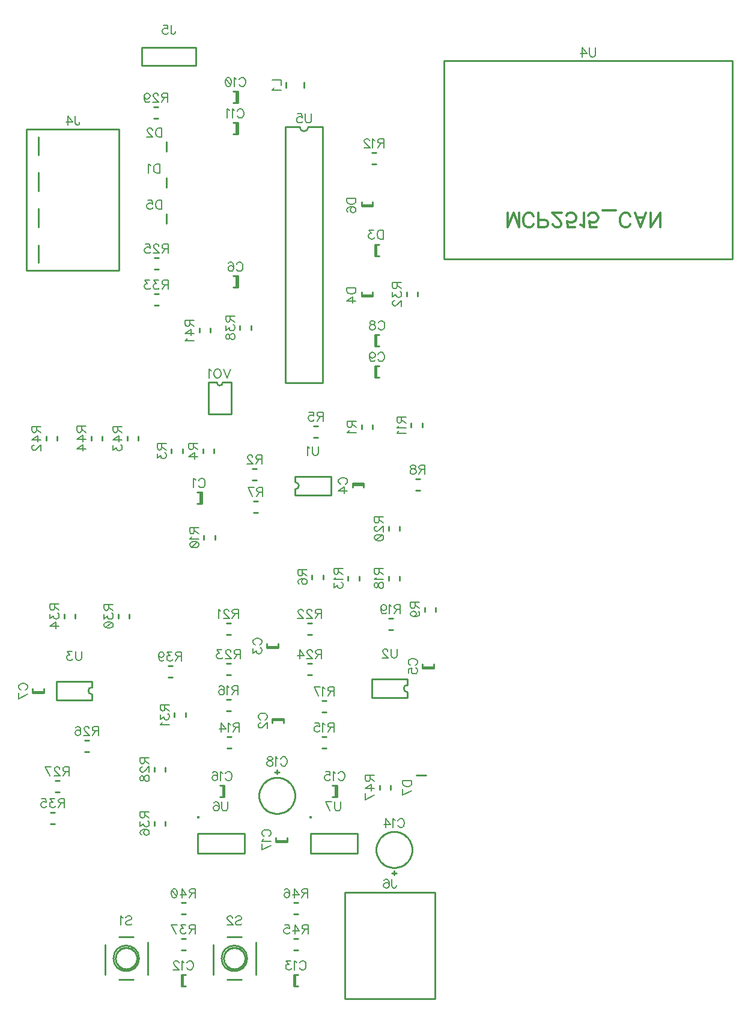
<source format=gbr>
%TF.GenerationSoftware,Novarm,DipTrace,3.3.1.3*%
%TF.CreationDate,2020-09-22T12:02:50+00:00*%
%FSLAX35Y35*%
%MOMM*%
%TF.FileFunction,Legend,Bot*%
%TF.Part,Single*%
%ADD10C,0.25*%
%ADD39O,0.39124X0.39193*%
%ADD83C,0.19608*%
%ADD86C,0.31373*%
G75*
G01*
%LPD*%
X2474500Y7032080D2*
D10*
Y7191920D1*
X2493420Y7032080D2*
Y7191920D1*
Y7032080D2*
X2433580D1*
X2493420Y7191920D2*
X2433580D1*
X3648920Y3985500D2*
X3489080D1*
X3648920Y4004420D2*
X3489080D1*
X3648920D2*
Y3944580D1*
X3489080Y4004420D2*
Y3944580D1*
X3412580Y5018500D2*
X3572420D1*
X3412580Y4999580D2*
X3572420D1*
X3412580D2*
Y5059420D1*
X3572420Y4999580D2*
Y5059420D1*
X4778920Y7300500D2*
X4619080D1*
X4778920Y7319420D2*
X4619080D1*
X4778920D2*
Y7259580D1*
X4619080Y7319420D2*
Y7259580D1*
X5603330Y4732750D2*
X5763170D1*
X5603330Y4713830D2*
X5763170D1*
X5603330D2*
Y4773670D1*
X5763170Y4713830D2*
Y4773670D1*
X2982500Y10080080D2*
Y10239920D1*
X3001420Y10080080D2*
Y10239920D1*
Y10080080D2*
X2941580D1*
X3001420Y10239920D2*
X2941580D1*
X110580Y4383500D2*
X270420D1*
X110580Y4364580D2*
X270420D1*
X110580D2*
Y4424420D1*
X270420Y4364580D2*
Y4424420D1*
X4955000Y9414420D2*
Y9254580D1*
X4936080Y9414420D2*
Y9254580D1*
Y9414420D2*
X4995920D1*
X4936080Y9254580D2*
X4995920D1*
X4955000Y8969920D2*
Y8810080D1*
X4936080Y8969920D2*
Y8810080D1*
Y8969920D2*
X4995920D1*
X4936080Y8810080D2*
X4995920D1*
X2982500Y12683580D2*
Y12843420D1*
X3001420Y12683580D2*
Y12843420D1*
Y12683580D2*
X2941580D1*
X3001420Y12843420D2*
X2941580D1*
X2982500Y12239080D2*
Y12398920D1*
X3001420Y12239080D2*
Y12398920D1*
Y12239080D2*
X2941580D1*
X3001420Y12398920D2*
X2941580D1*
X2224500Y397420D2*
Y237580D1*
X2205580Y397420D2*
Y237580D1*
Y397420D2*
X2265420D1*
X2205580Y237580D2*
X2265420D1*
X3812000Y397420D2*
Y237580D1*
X3793080Y397420D2*
Y237580D1*
Y397420D2*
X3852920D1*
X3793080Y237580D2*
X3852920D1*
X5176977Y1829102D2*
X5237023D1*
X5207000Y1799082D2*
Y1859060D1*
X4953000Y2159075D2*
X4953619Y2176786D1*
X4955472Y2194412D1*
X4958551Y2211866D1*
X4962840Y2229062D1*
X4968318Y2245917D1*
X4974959Y2262349D1*
X4982731Y2278278D1*
X4991596Y2293627D1*
X5001510Y2308319D1*
X5012425Y2322285D1*
X5024288Y2335456D1*
X5037041Y2347767D1*
X5050622Y2359159D1*
X5064965Y2369576D1*
X5080000Y2378967D1*
X5095654Y2387288D1*
X5111850Y2394496D1*
X5128510Y2400558D1*
X5145552Y2405443D1*
X5162893Y2409128D1*
X5180450Y2411594D1*
X5198136Y2412830D1*
X5215864D1*
X5233550Y2411594D1*
X5251107Y2409128D1*
X5268448Y2405443D1*
X5285490Y2400558D1*
X5302150Y2394496D1*
X5318346Y2387288D1*
X5334000Y2378967D1*
X5349035Y2369576D1*
X5363378Y2359159D1*
X5376959Y2347767D1*
X5389712Y2335456D1*
X5401575Y2322285D1*
X5412490Y2308319D1*
X5422404Y2293627D1*
X5431269Y2278278D1*
X5439041Y2262349D1*
X5445682Y2245917D1*
X5451160Y2229062D1*
X5455449Y2211866D1*
X5458528Y2194412D1*
X5460381Y2176786D1*
X5461000Y2159075D1*
X5460381Y2141363D1*
X5458528Y2123737D1*
X5455449Y2106284D1*
X5451160Y2089087D1*
X5445682Y2072232D1*
X5439041Y2055800D1*
X5431269Y2039871D1*
X5422404Y2024523D1*
X5412490Y2009830D1*
X5401575Y1995864D1*
X5389712Y1982694D1*
X5376959Y1970382D1*
X5363378Y1958990D1*
X5349035Y1948573D1*
X5334000Y1939182D1*
X5318346Y1930861D1*
X5302150Y1923653D1*
X5285490Y1917591D1*
X5268448Y1912706D1*
X5251107Y1909022D1*
X5233550Y1906555D1*
X5215864Y1905319D1*
X5198136D1*
X5180450Y1906555D1*
X5162893Y1909022D1*
X5145552Y1912706D1*
X5128510Y1917591D1*
X5111850Y1923653D1*
X5095654Y1930861D1*
X5080000Y1939182D1*
X5064965Y1948573D1*
X5050622Y1958990D1*
X5037041Y1970382D1*
X5024288Y1982694D1*
X5012425Y1995864D1*
X5001510Y2009830D1*
X4991596Y2024523D1*
X4982731Y2039871D1*
X4974959Y2055800D1*
X4968318Y2072232D1*
X4962840Y2089087D1*
X4958551Y2106284D1*
X4955472Y2123737D1*
X4953619Y2141363D1*
X4953000Y2159075D1*
X4379500Y2904580D2*
Y3064420D1*
X4398420Y2904580D2*
Y3064420D1*
Y2904580D2*
X4338580D1*
X4398420Y3064420D2*
X4338580D1*
X2792000Y2904580D2*
Y3064420D1*
X2810920Y2904580D2*
Y3064420D1*
Y2904580D2*
X2751080D1*
X2810920Y3064420D2*
X2751080D1*
X3539580Y2288000D2*
X3699420D1*
X3539580Y2269080D2*
X3699420D1*
X3539580D2*
Y2328920D1*
X3699420Y2269080D2*
Y2328920D1*
X3586023Y3250898D2*
X3525977D1*
X3556000Y3280918D2*
Y3220940D1*
X3302000Y2920925D2*
X3302619Y2938637D1*
X3304472Y2956263D1*
X3307551Y2973716D1*
X3311840Y2990913D1*
X3317318Y3007768D1*
X3323959Y3024200D1*
X3331731Y3040129D1*
X3340596Y3055477D1*
X3350510Y3070170D1*
X3361425Y3084136D1*
X3373288Y3097306D1*
X3386041Y3109618D1*
X3399622Y3121010D1*
X3413965Y3131427D1*
X3429000Y3140818D1*
X3444654Y3149139D1*
X3460850Y3156347D1*
X3477510Y3162409D1*
X3494552Y3167294D1*
X3511893Y3170978D1*
X3529450Y3173445D1*
X3547136Y3174681D1*
X3564864D1*
X3582550Y3173445D1*
X3600107Y3170978D1*
X3617448Y3167294D1*
X3634490Y3162409D1*
X3651150Y3156347D1*
X3667346Y3149139D1*
X3683000Y3140818D1*
X3698035Y3131427D1*
X3712378Y3121010D1*
X3725959Y3109618D1*
X3738712Y3097306D1*
X3750575Y3084136D1*
X3761490Y3070170D1*
X3771404Y3055477D1*
X3780269Y3040129D1*
X3788041Y3024200D1*
X3794682Y3007768D1*
X3800160Y2990913D1*
X3804449Y2973716D1*
X3807528Y2956263D1*
X3809381Y2938637D1*
X3810000Y2920925D1*
X3809381Y2903214D1*
X3807528Y2885588D1*
X3804449Y2868134D1*
X3800160Y2850938D1*
X3794682Y2834083D1*
X3788041Y2817651D1*
X3780269Y2801722D1*
X3771404Y2786373D1*
X3761490Y2771681D1*
X3750575Y2757715D1*
X3738712Y2744544D1*
X3725959Y2732233D1*
X3712378Y2720841D1*
X3698035Y2710424D1*
X3683000Y2701033D1*
X3667346Y2692712D1*
X3651150Y2685504D1*
X3634490Y2679442D1*
X3617448Y2674557D1*
X3600107Y2670872D1*
X3582550Y2668406D1*
X3564864Y2667170D1*
X3547136D1*
X3529450Y2668406D1*
X3511893Y2670872D1*
X3494552Y2674557D1*
X3477510Y2679442D1*
X3460850Y2685504D1*
X3444654Y2692712D1*
X3429000Y2701033D1*
X3413965Y2710424D1*
X3399622Y2720841D1*
X3386041Y2732233D1*
X3373288Y2744544D1*
X3361425Y2757715D1*
X3350510Y2771681D1*
X3340596Y2786373D1*
X3331731Y2801722D1*
X3323959Y2817651D1*
X3317318Y2834083D1*
X3311840Y2850938D1*
X3307551Y2868134D1*
X3304472Y2885588D1*
X3302619Y2903214D1*
X3302000Y2920925D1*
X1999947Y11492050D2*
Y11621950D1*
Y12000050D2*
Y12129950D1*
X4936087Y10524580D2*
X4995904D1*
X4936087Y10684420D2*
X4995904D1*
X4954927D2*
Y10524580D1*
X4935993Y10684420D2*
Y10524580D1*
X4905920Y9952587D2*
Y10012404D1*
X4746080Y9952587D2*
Y10012404D1*
Y9971427D2*
X4905920D1*
X4746080Y9952493D2*
X4905920D1*
X1999947Y10984050D2*
Y11113950D1*
X4905920Y11222587D2*
Y11282404D1*
X4746080Y11222587D2*
Y11282404D1*
Y11241427D2*
X4905920D1*
X4746080Y11222493D2*
X4905920D1*
X5652950Y3206447D2*
X5523050D1*
X28500Y12310000D2*
X1328500D1*
Y10320000D1*
X28500D1*
Y12310000D1*
X190480Y12203933D2*
Y11950009D1*
Y11188038D2*
Y10933915D1*
Y11696085D2*
Y11441962D1*
Y10679991D2*
Y10426067D1*
X2412952Y13462013D2*
X1651048D1*
Y13208000D1*
X2412952D1*
Y13462013D1*
X5782540Y1559000D2*
X4512460D1*
Y59000D1*
X5782540D1*
Y1559000D1*
X3935010Y12971089D2*
Y12891119D1*
X3684990Y12971089D2*
Y12891119D1*
X4905920Y8144920D2*
Y8085080D1*
X4746080Y8144920D2*
Y8085080D1*
X3208580Y7522420D2*
X3268420D1*
X3208580Y7362580D2*
X3268420D1*
X2066080Y7743080D2*
Y7802920D1*
X2225920Y7743080D2*
Y7802920D1*
X2510580Y7743080D2*
Y7802920D1*
X2670420Y7743080D2*
Y7802920D1*
X4070080Y8129920D2*
X4129920D1*
X4070080Y7970080D2*
X4129920D1*
X4209920Y6029920D2*
Y5970080D1*
X4050080Y6029920D2*
Y5970080D1*
X3221580Y7064920D2*
X3281420D1*
X3221580Y6905080D2*
X3281420D1*
X5507580Y7382420D2*
X5567420D1*
X5507580Y7222580D2*
X5567420D1*
X5794920Y5573170D2*
Y5513330D1*
X5635080Y5573170D2*
Y5513330D1*
X2523580Y6523580D2*
Y6583420D1*
X2683420Y6523580D2*
Y6583420D1*
X5444580Y8111080D2*
Y8170920D1*
X5604420Y8111080D2*
Y8170920D1*
X4890080Y11979920D2*
X4949920D1*
X4890080Y11820080D2*
X4949920D1*
X4555580Y5952080D2*
Y6011920D1*
X4715420Y5952080D2*
Y6011920D1*
X2853580Y3749920D2*
X2913420D1*
X2853580Y3590080D2*
X2913420D1*
X4187080Y3749920D2*
X4246920D1*
X4187080Y3590080D2*
X4246920D1*
X2840580Y4270920D2*
X2900420D1*
X2840580Y4111080D2*
X2900420D1*
X4187080Y4257920D2*
X4246920D1*
X4187080Y4098080D2*
X4246920D1*
X5127080Y5952080D2*
Y6011920D1*
X5286920Y5952080D2*
Y6011920D1*
X5126580Y5413920D2*
X5186420D1*
X5126580Y5254080D2*
X5186420D1*
X5127080Y6650580D2*
Y6710420D1*
X5286920Y6650580D2*
Y6710420D1*
X2840580Y5350420D2*
X2900420D1*
X2840580Y5190580D2*
X2900420D1*
X3983580Y5350420D2*
X4043420D1*
X3983580Y5190580D2*
X4043420D1*
X2840580Y4778920D2*
X2900420D1*
X2840580Y4619080D2*
X2900420D1*
X3983580Y4778920D2*
X4043420D1*
X3983580Y4619080D2*
X4043420D1*
X1824580Y10493920D2*
X1884420D1*
X1824580Y10334080D2*
X1884420D1*
X905920Y3539580D2*
X846080D1*
X905920Y3699420D2*
X846080D1*
X427580Y3127920D2*
X487420D1*
X427580Y2968080D2*
X487420D1*
X1984920Y3318920D2*
Y3259080D1*
X1825080Y3318920D2*
Y3259080D1*
X1820080Y12619920D2*
X1879920D1*
X1820080Y12460080D2*
X1879920D1*
X1476920Y5477920D2*
Y5418080D1*
X1317080Y5477920D2*
Y5418080D1*
X2269920Y4089920D2*
Y4030080D1*
X2110080Y4089920D2*
Y4030080D1*
X5381080Y9952580D2*
Y10012420D1*
X5540920Y9952580D2*
Y10012420D1*
X1884420Y9826080D2*
X1824580D1*
X1884420Y9985920D2*
X1824580D1*
X714920Y5477920D2*
Y5418080D1*
X555080Y5477920D2*
Y5418080D1*
X364080Y2683420D2*
X423920D1*
X364080Y2523580D2*
X423920D1*
X1984920Y2556920D2*
Y2497080D1*
X1825080Y2556920D2*
Y2497080D1*
X2205580Y905420D2*
X2265420D1*
X2205580Y745580D2*
X2265420D1*
X3191420Y9541920D2*
Y9482080D1*
X3031580Y9541920D2*
Y9482080D1*
X2079920Y4590080D2*
X2020080D1*
X2079920Y4749920D2*
X2020080D1*
X2205580Y1413420D2*
X2265420D1*
X2205580Y1253580D2*
X2265420D1*
X2460080Y9444580D2*
Y9504420D1*
X2619920Y9444580D2*
Y9504420D1*
X301080Y7920580D2*
Y7980420D1*
X460920Y7920580D2*
Y7980420D1*
X1444080Y7920580D2*
Y7980420D1*
X1603920Y7920580D2*
Y7980420D1*
X936080Y7920580D2*
Y7980420D1*
X1095920Y7920580D2*
Y7980420D1*
X3793080Y905420D2*
X3852920D1*
X3793080Y745580D2*
X3852920D1*
X3793080Y1413420D2*
X3852920D1*
X3793080Y1253580D2*
X3852920D1*
X5159920Y3064920D2*
Y3005080D1*
X5000080Y3064920D2*
Y3005080D1*
X1251514Y627500D2*
G02X1251514Y627500I179986J0D01*
G01*
X1731518Y857510D2*
Y397490D1*
X1531568Y327462D2*
X1331494D1*
X1131482Y397490D2*
Y817494D1*
X1331494Y927538D2*
X1531568D1*
X1281522Y627500D2*
X1281887Y637962D1*
X1282982Y648373D1*
X1284800Y658682D1*
X1287333Y668840D1*
X1290569Y678795D1*
X1294491Y688502D1*
X1299081Y697910D1*
X1304316Y706976D1*
X1310171Y715655D1*
X1316617Y723904D1*
X1323624Y731683D1*
X1331155Y738955D1*
X1339176Y745684D1*
X1347647Y751837D1*
X1356527Y757385D1*
X1365771Y762299D1*
X1375337Y766557D1*
X1385176Y770138D1*
X1395241Y773023D1*
X1405482Y775199D1*
X1415851Y776656D1*
X1426296Y777387D1*
X1436766D1*
X1447211Y776656D1*
X1457580Y775199D1*
X1467821Y773023D1*
X1477886Y770138D1*
X1487725Y766557D1*
X1497291Y762299D1*
X1506536Y757385D1*
X1515415Y751837D1*
X1523886Y745684D1*
X1531907Y738955D1*
X1539438Y731683D1*
X1546445Y723904D1*
X1552891Y715655D1*
X1558746Y706976D1*
X1563981Y697910D1*
X1568571Y688502D1*
X1572493Y678795D1*
X1575729Y668840D1*
X1578262Y658682D1*
X1580080Y648373D1*
X1581175Y637962D1*
X1581540Y627500D1*
X1581175Y617038D1*
X1580080Y606627D1*
X1578262Y596318D1*
X1575729Y586160D1*
X1572493Y576205D1*
X1568571Y566498D1*
X1563981Y557090D1*
X1558746Y548024D1*
X1552891Y539345D1*
X1546445Y531096D1*
X1539438Y523317D1*
X1531907Y516045D1*
X1523886Y509316D1*
X1515415Y503163D1*
X1506536Y497615D1*
X1497291Y492701D1*
X1487725Y488443D1*
X1477886Y484862D1*
X1467821Y481977D1*
X1457580Y479801D1*
X1447211Y478344D1*
X1436766Y477613D1*
X1426296D1*
X1415851Y478344D1*
X1405482Y479801D1*
X1395241Y481977D1*
X1385176Y484862D1*
X1375337Y488443D1*
X1365771Y492701D1*
X1356527Y497615D1*
X1347647Y503163D1*
X1339176Y509316D1*
X1331155Y516045D1*
X1323624Y523317D1*
X1316617Y531096D1*
X1310171Y539345D1*
X1304316Y548024D1*
X1299081Y557090D1*
X1294491Y566498D1*
X1290569Y576205D1*
X1287333Y586160D1*
X1284800Y596318D1*
X1282982Y606627D1*
X1281887Y617038D1*
X1281522Y627500D1*
X2775514D2*
G02X2775514Y627500I179986J0D01*
G01*
X3255518Y857510D2*
Y397490D1*
X3055568Y327462D2*
X2855494D1*
X2655482Y397490D2*
Y817494D1*
X2855494Y927538D2*
X3055568D1*
X2805522Y627500D2*
X2805887Y637962D1*
X2806982Y648373D1*
X2808800Y658682D1*
X2811333Y668840D1*
X2814569Y678795D1*
X2818491Y688502D1*
X2823081Y697910D1*
X2828316Y706976D1*
X2834171Y715655D1*
X2840617Y723904D1*
X2847624Y731683D1*
X2855155Y738955D1*
X2863176Y745684D1*
X2871647Y751837D1*
X2880527Y757385D1*
X2889771Y762299D1*
X2899337Y766557D1*
X2909176Y770138D1*
X2919241Y773023D1*
X2929482Y775199D1*
X2939851Y776656D1*
X2950296Y777387D1*
X2960766D1*
X2971211Y776656D1*
X2981580Y775199D1*
X2991821Y773023D1*
X3001886Y770138D1*
X3011725Y766557D1*
X3021291Y762299D1*
X3030536Y757385D1*
X3039415Y751837D1*
X3047886Y745684D1*
X3055907Y738955D1*
X3063438Y731683D1*
X3070445Y723904D1*
X3076891Y715655D1*
X3082746Y706976D1*
X3087981Y697910D1*
X3092571Y688502D1*
X3096493Y678795D1*
X3099729Y668840D1*
X3102262Y658682D1*
X3104080Y648373D1*
X3105175Y637962D1*
X3105540Y627500D1*
X3105175Y617038D1*
X3104080Y606627D1*
X3102262Y596318D1*
X3099729Y586160D1*
X3096493Y576205D1*
X3092571Y566498D1*
X3087981Y557090D1*
X3082746Y548024D1*
X3076891Y539345D1*
X3070445Y531096D1*
X3063438Y523317D1*
X3055907Y516045D1*
X3047886Y509316D1*
X3039415Y503163D1*
X3030536Y497615D1*
X3021291Y492701D1*
X3011725Y488443D1*
X3001886Y484862D1*
X2991821Y481977D1*
X2981580Y479801D1*
X2971211Y478344D1*
X2960766Y477613D1*
X2950296D1*
X2939851Y478344D1*
X2929482Y479801D1*
X2919241Y481977D1*
X2909176Y484862D1*
X2899337Y488443D1*
X2889771Y492701D1*
X2880527Y497615D1*
X2871647Y503163D1*
X2863176Y509316D1*
X2855155Y516045D1*
X2847624Y523317D1*
X2840617Y531096D1*
X2834171Y539345D1*
X2828316Y548024D1*
X2823081Y557090D1*
X2818491Y566498D1*
X2814569Y576205D1*
X2811333Y586160D1*
X2808800Y596318D1*
X2806982Y606627D1*
X2805887Y617038D1*
X2805522Y627500D1*
X3813995Y7416518D2*
X4314005D1*
X3813995Y7156482D2*
X4314005D1*
Y7416518D2*
Y7156482D1*
X3813995Y7336524D2*
Y7416518D1*
Y7236476D2*
Y7156482D1*
Y7336524D2*
G02X3813995Y7236476I-23J-50024D01*
G01*
X5393505Y4298982D2*
X4893495D1*
X5393505Y4559018D2*
X4893495D1*
Y4298982D2*
Y4559018D1*
X5393505Y4378976D2*
Y4298982D1*
Y4479024D2*
Y4559018D1*
Y4378976D2*
G02X5393505Y4479024I23J50024D01*
G01*
X948505Y4267482D2*
X448495D1*
X948505Y4527518D2*
X448495D1*
Y4267482D2*
Y4527518D1*
X948505Y4347476D2*
Y4267482D1*
Y4447524D2*
Y4527518D1*
Y4347476D2*
G02X948505Y4447524I23J50024D01*
G01*
X5905500Y10477500D2*
X9969500D1*
Y13271500D1*
X5905500D1*
Y10477500D1*
X4197004Y12341000D2*
Y8741000D1*
X3676996Y12341000D2*
Y8741000D1*
X4197004D2*
X3676996D1*
X4197004Y12341000D2*
X3997022D1*
X3676996D2*
X3876978D1*
X3997022D2*
G02X3876978Y12341000I-60022J263D01*
G01*
D39*
X2442644Y2616694D3*
X2440004Y2389999D2*
D10*
X3099972D1*
X2440004Y2110001D2*
X3099972D1*
Y2389999D2*
Y2110001D1*
X2440004Y2389999D2*
Y2110001D1*
D39*
X4030144Y2616694D3*
X4027504Y2389999D2*
D10*
X4687472D1*
X4027504Y2110001D2*
X4687472D1*
Y2389999D2*
Y2110001D1*
X4027504Y2389999D2*
Y2110001D1*
X2909970Y8745000D2*
Y8295000D1*
X2590030D1*
Y8745000D1*
X2590115D2*
X2709880D1*
X2910140D2*
X2790120D1*
X2790035Y8742525D2*
G02X2709965Y8742525I-40035J-4691D01*
G01*
X2452785Y7357664D2*
D83*
X2458821Y7369737D1*
X2471035Y7381950D1*
X2483108Y7387987D1*
X2507394D1*
X2519608Y7381950D1*
X2531681Y7369737D1*
X2537858Y7357664D1*
X2543894Y7339414D1*
Y7308950D1*
X2537858Y7290840D1*
X2531681Y7278627D1*
X2519608Y7266554D1*
X2507394Y7260377D1*
X2483108D1*
X2471035Y7266554D1*
X2458821Y7278627D1*
X2452785Y7290840D1*
X2413569Y7363560D2*
X2401356Y7369737D1*
X2383106Y7387846D1*
Y7260377D1*
X3323337Y3991090D2*
X3311264Y3997126D1*
X3299050Y4009340D1*
X3293014Y4021413D1*
Y4045699D1*
X3299050Y4057913D1*
X3311264Y4069986D1*
X3323337Y4076163D1*
X3341587Y4082199D1*
X3372050D1*
X3390160Y4076163D1*
X3402373Y4069986D1*
X3414446Y4057913D1*
X3420623Y4045699D1*
Y4021413D1*
X3414446Y4009340D1*
X3402373Y3997126D1*
X3390160Y3991090D1*
X3323477Y3945697D2*
X3317440D1*
X3305227Y3939661D1*
X3299190Y3933624D1*
X3293154Y3921411D1*
Y3897124D1*
X3299190Y3885051D1*
X3305227Y3879015D1*
X3317440Y3872838D1*
X3329513D1*
X3341727Y3879015D1*
X3359837Y3891088D1*
X3420623Y3951874D1*
Y3866801D1*
X3246837Y5046090D2*
X3234764Y5052126D1*
X3222550Y5064340D1*
X3216514Y5076413D1*
Y5100699D1*
X3222550Y5112913D1*
X3234764Y5124986D1*
X3246837Y5131163D1*
X3265087Y5137199D1*
X3295550D1*
X3313660Y5131163D1*
X3325873Y5124986D1*
X3337946Y5112913D1*
X3344123Y5100699D1*
Y5076413D1*
X3337946Y5064340D1*
X3325873Y5052126D1*
X3313660Y5046090D1*
X3216654Y4994661D2*
Y4927978D1*
X3265227Y4964338D1*
Y4946088D1*
X3271263Y4934015D1*
X3277300Y4927978D1*
X3295550Y4921801D1*
X3307623D1*
X3325873Y4927978D1*
X3338087Y4940051D1*
X3344123Y4958301D1*
Y4976551D1*
X3338087Y4994661D1*
X3331910Y5000697D1*
X3319837Y5006874D1*
X4453337Y7309108D2*
X4441264Y7315145D1*
X4429050Y7327358D1*
X4423014Y7339431D1*
Y7363718D1*
X4429050Y7375931D1*
X4441264Y7388004D1*
X4453337Y7394181D1*
X4471587Y7400218D1*
X4502050D1*
X4520160Y7394181D1*
X4532373Y7388004D1*
X4544446Y7375931D1*
X4550623Y7363717D1*
Y7339431D1*
X4544446Y7327358D1*
X4532373Y7315144D1*
X4520160Y7309108D1*
X4550623Y7209106D2*
X4423154D1*
X4508087Y7269892D1*
X4508086Y7178783D1*
X5437587Y4760340D2*
X5425514Y4766376D1*
X5413300Y4778590D1*
X5407264Y4790663D1*
Y4814949D1*
X5413300Y4827163D1*
X5425514Y4839236D1*
X5437587Y4845413D1*
X5455837Y4851449D1*
X5486300D1*
X5504410Y4845413D1*
X5516623Y4839236D1*
X5528696Y4827163D1*
X5534873Y4814949D1*
Y4790663D1*
X5528696Y4778590D1*
X5516623Y4766376D1*
X5504410Y4760340D1*
X5407404Y4648265D2*
Y4708911D1*
X5462014Y4714947D1*
X5455977Y4708911D1*
X5449800Y4690661D1*
Y4672551D1*
X5455977Y4654301D1*
X5468050Y4642088D1*
X5486300Y4636051D1*
X5498373D1*
X5516623Y4642088D1*
X5528837Y4654301D1*
X5534873Y4672551D1*
Y4690661D1*
X5528837Y4708911D1*
X5522660Y4714947D1*
X5510587Y4721124D1*
X2985001Y10405664D2*
X2991038Y10417737D1*
X3003251Y10429950D1*
X3015324Y10435987D1*
X3039611D1*
X3051824Y10429950D1*
X3063897Y10417737D1*
X3070074Y10405664D1*
X3076111Y10387414D1*
Y10356950D1*
X3070074Y10338840D1*
X3063897Y10326627D1*
X3051824Y10314554D1*
X3039611Y10308377D1*
X3015324D1*
X3003251Y10314554D1*
X2991038Y10326627D1*
X2985001Y10338840D1*
X2872926Y10417737D2*
X2878962Y10429810D1*
X2897212Y10435846D1*
X2909285D1*
X2927535Y10429810D1*
X2939749Y10411560D1*
X2945785Y10381237D1*
Y10350914D1*
X2939749Y10326627D1*
X2927535Y10314414D1*
X2909285Y10308377D1*
X2903249D1*
X2885139Y10314414D1*
X2872926Y10326627D1*
X2866889Y10344877D1*
Y10350914D1*
X2872926Y10369164D1*
X2885139Y10381237D1*
X2903249Y10387273D1*
X2909285D1*
X2927535Y10381237D1*
X2939749Y10369164D1*
X2945785Y10350914D1*
X-55163Y4411090D2*
X-67236Y4417126D1*
X-79450Y4429340D1*
X-85486Y4441413D1*
Y4465699D1*
X-79450Y4477913D1*
X-67236Y4489986D1*
X-55163Y4496163D1*
X-36913Y4502199D1*
X-6450D1*
X11660Y4496163D1*
X23873Y4489986D1*
X35946Y4477913D1*
X42123Y4465699D1*
Y4441413D1*
X35946Y4429340D1*
X23873Y4417126D1*
X11660Y4411090D1*
X42123Y4347587D2*
X-85346Y4286801D1*
Y4371874D1*
X4982519Y9580164D2*
X4988556Y9592237D1*
X5000769Y9604450D1*
X5012842Y9610487D1*
X5037129D1*
X5049342Y9604450D1*
X5061416Y9592237D1*
X5067592Y9580164D1*
X5073629Y9561914D1*
Y9531450D1*
X5067592Y9513340D1*
X5061416Y9501127D1*
X5049342Y9489054D1*
X5037129Y9482877D1*
X5012842D1*
X5000769Y9489054D1*
X4988556Y9501127D1*
X4982519Y9513340D1*
X4912981Y9610346D2*
X4931090Y9604310D1*
X4937267Y9592237D1*
Y9580023D1*
X4931090Y9567950D1*
X4919017Y9561773D1*
X4894731Y9555737D1*
X4876481Y9549700D1*
X4864408Y9537487D1*
X4858371Y9525414D1*
Y9507164D1*
X4864408Y9495090D1*
X4870444Y9488914D1*
X4888694Y9482877D1*
X4912981D1*
X4931090Y9488914D1*
X4937267Y9495090D1*
X4943304Y9507164D1*
Y9525414D1*
X4937267Y9537487D1*
X4925054Y9549700D1*
X4906944Y9555737D1*
X4882658Y9561773D1*
X4870444Y9567950D1*
X4864408Y9580023D1*
Y9592237D1*
X4870444Y9604310D1*
X4888694Y9610346D1*
X4912981D1*
X4979571Y9135664D2*
X4985608Y9147737D1*
X4997821Y9159950D1*
X5009894Y9165987D1*
X5034181D1*
X5046394Y9159950D1*
X5058467Y9147737D1*
X5064644Y9135664D1*
X5070681Y9117414D1*
Y9086950D1*
X5064644Y9068840D1*
X5058467Y9056627D1*
X5046394Y9044554D1*
X5034181Y9038377D1*
X5009894D1*
X4997821Y9044554D1*
X4985608Y9056627D1*
X4979571Y9068840D1*
X4861319Y9123450D2*
X4867496Y9105200D1*
X4879569Y9092987D1*
X4897819Y9086950D1*
X4903856D1*
X4922106Y9092987D1*
X4934179Y9105200D1*
X4940356Y9123450D1*
Y9129487D1*
X4934179Y9147737D1*
X4922106Y9159810D1*
X4903856Y9165846D1*
X4897819D1*
X4879569Y9159810D1*
X4867496Y9147737D1*
X4861319Y9123450D1*
Y9092987D1*
X4867496Y9062664D1*
X4879569Y9044414D1*
X4897819Y9038377D1*
X4909892D1*
X4928142Y9044414D1*
X4934179Y9056627D1*
X3022929Y13009164D2*
X3028966Y13021237D1*
X3041179Y13033450D1*
X3053252Y13039487D1*
X3077539D1*
X3089752Y13033450D1*
X3101825Y13021237D1*
X3108002Y13009164D1*
X3114039Y12990914D1*
Y12960450D1*
X3108002Y12942340D1*
X3101825Y12930127D1*
X3089752Y12918054D1*
X3077539Y12911877D1*
X3053252D1*
X3041179Y12918054D1*
X3028966Y12930127D1*
X3022929Y12942340D1*
X2983713Y13015060D2*
X2971500Y13021237D1*
X2953250Y13039346D1*
Y12911877D1*
X2877534Y13039346D2*
X2895784Y13033310D1*
X2907998Y13015060D1*
X2914034Y12984737D1*
Y12966487D1*
X2907998Y12936164D1*
X2895784Y12917914D1*
X2877534Y12911877D1*
X2865461D1*
X2847211Y12917914D1*
X2835138Y12936164D1*
X2828961Y12966487D1*
Y12984737D1*
X2835138Y13015060D1*
X2847211Y13033310D1*
X2865461Y13039346D1*
X2877534D1*
X2835138Y13015060D2*
X2907998Y12936164D1*
X2995624Y12564664D2*
X3001661Y12576737D1*
X3013874Y12588950D1*
X3025947Y12594987D1*
X3050234D1*
X3062447Y12588950D1*
X3074520Y12576737D1*
X3080697Y12564664D1*
X3086734Y12546414D1*
Y12515950D1*
X3080697Y12497840D1*
X3074520Y12485627D1*
X3062447Y12473554D1*
X3050234Y12467377D1*
X3025947D1*
X3013874Y12473554D1*
X3001661Y12485627D1*
X2995624Y12497840D1*
X2956409Y12570560D2*
X2944195Y12576737D1*
X2925945Y12594846D1*
Y12467377D1*
X2886730Y12570560D2*
X2874516Y12576737D1*
X2856266Y12594846D1*
Y12467377D1*
X2286929Y563164D2*
X2292966Y575237D1*
X2305179Y587450D1*
X2317252Y593487D1*
X2341539D1*
X2353752Y587450D1*
X2365825Y575237D1*
X2372002Y563164D1*
X2378039Y544914D1*
Y514450D1*
X2372002Y496340D1*
X2365825Y484127D1*
X2353752Y472054D1*
X2341539Y465877D1*
X2317252D1*
X2305179Y472054D1*
X2292966Y484127D1*
X2286929Y496340D1*
X2247713Y569060D2*
X2235500Y575237D1*
X2217250Y593346D1*
Y465877D1*
X2171857Y563023D2*
Y569060D1*
X2165821Y581273D1*
X2159784Y587310D1*
X2147571Y593346D1*
X2123284D1*
X2111211Y587310D1*
X2105175Y581273D1*
X2098998Y569060D1*
Y556987D1*
X2105175Y544773D1*
X2117248Y526664D1*
X2178034Y465877D1*
X2092961D1*
X3874429Y563164D2*
X3880466Y575237D1*
X3892679Y587450D1*
X3904752Y593487D1*
X3929039D1*
X3941252Y587450D1*
X3953325Y575237D1*
X3959502Y563164D1*
X3965539Y544914D1*
Y514450D1*
X3959502Y496340D1*
X3953325Y484127D1*
X3941252Y472054D1*
X3929039Y465877D1*
X3904752D1*
X3892679Y472054D1*
X3880466Y484127D1*
X3874429Y496340D1*
X3835213Y569060D2*
X3823000Y575237D1*
X3804750Y593346D1*
Y465877D1*
X3753321Y593346D2*
X3686638D1*
X3722998Y544773D1*
X3704748D1*
X3692675Y538737D1*
X3686638Y532700D1*
X3680461Y514450D1*
Y502377D1*
X3686638Y484127D1*
X3698711Y471914D1*
X3716961Y465877D1*
X3735211D1*
X3753321Y471914D1*
X3759357Y478090D1*
X3765534Y490164D1*
X5261447Y2568649D2*
X5267484Y2580722D1*
X5279697Y2592935D1*
X5291770Y2598972D1*
X5316057D1*
X5328270Y2592935D1*
X5340344Y2580722D1*
X5346520Y2568649D1*
X5352557Y2550399D1*
Y2519935D1*
X5346520Y2501825D1*
X5340344Y2489612D1*
X5328270Y2477539D1*
X5316057Y2471362D1*
X5291770D1*
X5279697Y2477539D1*
X5267484Y2489612D1*
X5261447Y2501825D1*
X5222232Y2574545D2*
X5210018Y2580722D1*
X5191768Y2598831D1*
Y2471362D1*
X5091766D2*
Y2598831D1*
X5152553Y2513899D1*
X5061443D1*
X4419929Y3230164D2*
X4425966Y3242237D1*
X4438179Y3254450D1*
X4450252Y3260487D1*
X4474539D1*
X4486752Y3254450D1*
X4498825Y3242237D1*
X4505002Y3230164D1*
X4511039Y3211914D1*
Y3181450D1*
X4505002Y3163340D1*
X4498825Y3151127D1*
X4486752Y3139054D1*
X4474539Y3132877D1*
X4450252D1*
X4438179Y3139054D1*
X4425966Y3151127D1*
X4419929Y3163340D1*
X4380713Y3236060D2*
X4368500Y3242237D1*
X4350250Y3260346D1*
Y3132877D1*
X4238175Y3260346D2*
X4298821D1*
X4304857Y3205737D1*
X4298821Y3211773D1*
X4280571Y3217950D1*
X4262461D1*
X4244211Y3211773D1*
X4231998Y3199700D1*
X4225961Y3181450D1*
Y3169377D1*
X4231998Y3151127D1*
X4244211Y3138914D1*
X4262461Y3132877D1*
X4280571D1*
X4298821Y3138914D1*
X4304857Y3145090D1*
X4311034Y3157164D1*
X2829341Y3230164D2*
X2835377Y3242237D1*
X2847591Y3254450D1*
X2859664Y3260487D1*
X2883950D1*
X2896164Y3254450D1*
X2908237Y3242237D1*
X2914414Y3230164D1*
X2920450Y3211914D1*
Y3181450D1*
X2914414Y3163340D1*
X2908237Y3151127D1*
X2896164Y3139054D1*
X2883950Y3132877D1*
X2859664D1*
X2847591Y3139054D1*
X2835377Y3151127D1*
X2829341Y3163340D1*
X2790125Y3236060D2*
X2777912Y3242237D1*
X2759662Y3260346D1*
Y3132877D1*
X2647586Y3242237D2*
X2653623Y3254310D1*
X2671873Y3260346D1*
X2683946D1*
X2702196Y3254310D1*
X2714409Y3236060D1*
X2720446Y3205737D1*
Y3175414D1*
X2714409Y3151127D1*
X2702196Y3138914D1*
X2683946Y3132877D1*
X2677909D1*
X2659800Y3138914D1*
X2647586Y3151127D1*
X2641550Y3169377D1*
Y3175414D1*
X2647586Y3193664D1*
X2659800Y3205737D1*
X2677909Y3211773D1*
X2683946D1*
X2702196Y3205737D1*
X2714409Y3193664D1*
X2720446Y3175414D1*
X3373837Y2350429D2*
X3361764Y2356466D1*
X3349550Y2368679D1*
X3343514Y2380752D1*
Y2405039D1*
X3349550Y2417252D1*
X3361764Y2429325D1*
X3373837Y2435502D1*
X3392087Y2441539D1*
X3422550D1*
X3440660Y2435502D1*
X3452873Y2429325D1*
X3464946Y2417252D1*
X3471123Y2405039D1*
Y2380752D1*
X3464946Y2368679D1*
X3452873Y2356466D1*
X3440660Y2350429D1*
X3367940Y2311214D2*
X3361764Y2299000D1*
X3343654Y2280750D1*
X3471123D1*
Y2217248D2*
X3343654Y2156462D1*
Y2241535D1*
X3607359Y3436582D2*
X3613395Y3448655D1*
X3625609Y3460868D1*
X3637682Y3466905D1*
X3661969D1*
X3674182Y3460868D1*
X3686255Y3448655D1*
X3692432Y3436582D1*
X3698469Y3418332D1*
Y3387868D1*
X3692432Y3369759D1*
X3686255Y3357545D1*
X3674182Y3345472D1*
X3661969Y3339295D1*
X3637682D1*
X3625609Y3345472D1*
X3613395Y3357545D1*
X3607359Y3369759D1*
X3568143Y3442478D2*
X3555930Y3448655D1*
X3537680Y3466765D1*
Y3339295D1*
X3468141Y3466765D2*
X3486251Y3460728D1*
X3492428Y3448655D1*
Y3436441D1*
X3486251Y3424368D1*
X3474178Y3418191D1*
X3449891Y3412155D1*
X3431641Y3406118D1*
X3419568Y3393905D1*
X3413531Y3381832D1*
Y3363582D1*
X3419568Y3351509D1*
X3425605Y3345332D1*
X3443855Y3339295D1*
X3468141D1*
X3486251Y3345332D1*
X3492428Y3351509D1*
X3498464Y3363582D1*
Y3381832D1*
X3492428Y3393905D1*
X3480214Y3406118D1*
X3462105Y3412155D1*
X3437818Y3418191D1*
X3425605Y3424368D1*
X3419568Y3436441D1*
Y3448655D1*
X3425605Y3460728D1*
X3443855Y3466765D1*
X3468141D1*
X1902349Y11817987D2*
Y11690377D1*
X1859813D1*
X1841563Y11696554D1*
X1829349Y11708627D1*
X1823313Y11720840D1*
X1817276Y11738950D1*
Y11769414D1*
X1823313Y11787664D1*
X1829349Y11799737D1*
X1841563Y11811950D1*
X1859813Y11817987D1*
X1902349D1*
X1778061Y11793560D2*
X1765847Y11799737D1*
X1747597Y11817846D1*
Y11690377D1*
X1929654Y12325987D2*
Y12198377D1*
X1887118D1*
X1868868Y12204554D1*
X1856654Y12216627D1*
X1850618Y12228840D1*
X1844581Y12246950D1*
Y12277414D1*
X1850618Y12295664D1*
X1856654Y12307737D1*
X1868868Y12319950D1*
X1887118Y12325987D1*
X1929654D1*
X1799189Y12295523D2*
Y12301560D1*
X1793152Y12313773D1*
X1787115Y12319810D1*
X1774902Y12325846D1*
X1750615D1*
X1738542Y12319810D1*
X1732506Y12313773D1*
X1726329Y12301560D1*
Y12289487D1*
X1732506Y12277273D1*
X1744579Y12259164D1*
X1805365Y12198377D1*
X1720292D1*
X5055181Y10890487D2*
Y10762877D1*
X5012644D1*
X4994394Y10769054D1*
X4982181Y10781127D1*
X4976144Y10793340D1*
X4970108Y10811450D1*
Y10841914D1*
X4976144Y10860164D1*
X4982181Y10872237D1*
X4994394Y10884450D1*
X5012644Y10890487D1*
X5055181D1*
X4918679Y10890346D2*
X4851996D1*
X4888356Y10841773D1*
X4870106D1*
X4858033Y10835737D1*
X4851996Y10829700D1*
X4845819Y10811450D1*
Y10799377D1*
X4851996Y10781127D1*
X4864069Y10768914D1*
X4882319Y10762877D1*
X4900569D1*
X4918679Y10768914D1*
X4924715Y10775090D1*
X4930892Y10787164D1*
X4540014Y10074699D2*
X4667623D1*
Y10032163D1*
X4661446Y10013913D1*
X4649373Y10001699D1*
X4637160Y9995663D1*
X4619050Y9989626D1*
X4588587D1*
X4570337Y9995663D1*
X4558264Y10001699D1*
X4546050Y10013913D1*
X4540014Y10032163D1*
Y10074699D1*
X4667623Y9889624D2*
X4540154D1*
X4625087Y9950411D1*
X4625086Y9859301D1*
X1929654Y11309987D2*
Y11182377D1*
X1887118D1*
X1868868Y11188554D1*
X1856654Y11200627D1*
X1850618Y11212840D1*
X1844581Y11230950D1*
Y11261414D1*
X1850618Y11279664D1*
X1856654Y11291737D1*
X1868868Y11303950D1*
X1887118Y11309987D1*
X1929654D1*
X1732506Y11309846D2*
X1793152D1*
X1799189Y11255237D1*
X1793152Y11261273D1*
X1774902Y11267450D1*
X1756792D1*
X1738542Y11261273D1*
X1726329Y11249200D1*
X1720292Y11230950D1*
Y11218877D1*
X1726329Y11200627D1*
X1738542Y11188414D1*
X1756792Y11182377D1*
X1774902D1*
X1793152Y11188414D1*
X1799189Y11194590D1*
X1805365Y11206664D1*
X4540014Y11338593D2*
X4667623Y11338592D1*
Y11296056D1*
X4661446Y11277806D1*
X4649373Y11265593D1*
X4637160Y11259556D1*
X4619050Y11253520D1*
X4588587D1*
X4570337Y11259556D1*
X4558264Y11265593D1*
X4546050Y11277806D1*
X4540014Y11296056D1*
Y11338593D1*
X4558263Y11141444D2*
X4546190Y11147481D1*
X4540154Y11165731D1*
Y11177804D1*
X4546190Y11196054D1*
X4564440Y11208267D1*
X4594764Y11214304D1*
X4625087D1*
X4649373Y11208267D1*
X4661587Y11196054D1*
X4667623Y11177804D1*
Y11171767D1*
X4661587Y11153658D1*
X4649373Y11141444D1*
X4631123Y11135408D1*
X4625086D1*
X4606836Y11141444D1*
X4594763Y11153658D1*
X4588727Y11171767D1*
Y11177804D1*
X4594764Y11196054D1*
X4606837Y11208267D1*
X4625087Y11214304D1*
X5327014Y3136154D2*
X5454623D1*
Y3093618D1*
X5448446Y3075368D1*
X5436373Y3063154D1*
X5424160Y3057118D1*
X5406050Y3051081D1*
X5375587D1*
X5357337Y3057118D1*
X5345264Y3063154D1*
X5333050Y3075368D1*
X5327014Y3093618D1*
Y3136154D1*
X5454623Y2987579D2*
X5327154Y2926793D1*
Y3011866D1*
X713269Y12495987D2*
Y12398840D1*
X719306Y12380590D1*
X725483Y12374554D1*
X737556Y12368377D1*
X749769D1*
X761842Y12374554D1*
X767879Y12380590D1*
X774056Y12398840D1*
Y12410914D1*
X613267Y12368377D2*
Y12495846D1*
X674054Y12410914D1*
X582944D1*
X2063751Y13774987D2*
Y13677840D1*
X2069788Y13659590D1*
X2075965Y13653554D1*
X2088038Y13647377D1*
X2100251D1*
X2112324Y13653554D1*
X2118361Y13659590D1*
X2124538Y13677840D1*
Y13689914D1*
X1951676Y13774846D2*
X2012322D1*
X2018359Y13720237D1*
X2012322Y13726273D1*
X1994072Y13732450D1*
X1975962D1*
X1957712Y13726273D1*
X1945499Y13714200D1*
X1939462Y13695950D1*
Y13683877D1*
X1945499Y13665627D1*
X1957712Y13653414D1*
X1975962Y13647377D1*
X1994072D1*
X2012322Y13653414D1*
X2018359Y13659590D1*
X2024535Y13671664D1*
X5176163Y1744987D2*
Y1647840D1*
X5182199Y1629590D1*
X5188376Y1623554D1*
X5200449Y1617377D1*
X5212663D1*
X5224736Y1623554D1*
X5230772Y1629590D1*
X5236949Y1647840D1*
Y1659914D1*
X5064087Y1726737D2*
X5070124Y1738810D1*
X5088374Y1744846D1*
X5100447D1*
X5118697Y1738810D1*
X5130910Y1720560D1*
X5136947Y1690237D1*
Y1659914D1*
X5130910Y1635627D1*
X5118697Y1623414D1*
X5100447Y1617377D1*
X5094410D1*
X5076301Y1623414D1*
X5064087Y1635627D1*
X5058051Y1653877D1*
Y1659914D1*
X5064087Y1678164D1*
X5076301Y1690237D1*
X5094410Y1696273D1*
X5100447D1*
X5118697Y1690237D1*
X5130910Y1678164D1*
X5136947Y1659914D1*
X3489014Y13002270D2*
X3616623Y13002269D1*
Y12929410D1*
X3513440Y12890194D2*
X3507263Y12877981D1*
X3489154Y12859731D1*
X3616623D1*
X4610800Y8192376D2*
Y8137767D1*
X4604623Y8119517D1*
X4598587Y8113340D1*
X4586514Y8107303D1*
X4574300D1*
X4562227Y8113340D1*
X4556050Y8119517D1*
X4550014Y8137767D1*
Y8192376D1*
X4677623D1*
X4610800Y8149840D2*
X4677623Y8107303D1*
X4574440Y8068088D2*
X4568263Y8055874D1*
X4550154Y8037624D1*
X4677623D1*
X3343181Y7657700D2*
X3288571D1*
X3270321Y7663877D1*
X3264144Y7669914D1*
X3258108Y7681987D1*
Y7694200D1*
X3264144Y7706273D1*
X3270321Y7712450D1*
X3288571Y7718487D1*
X3343181D1*
Y7590877D1*
X3300644Y7657700D2*
X3258108Y7590877D1*
X3212715Y7688023D2*
Y7694060D1*
X3206679Y7706273D1*
X3200642Y7712310D1*
X3188429Y7718346D1*
X3164142D1*
X3152069Y7712310D1*
X3146033Y7706273D1*
X3139856Y7694060D1*
Y7681987D1*
X3146033Y7669773D1*
X3158106Y7651664D1*
X3218892Y7590877D1*
X3133819D1*
X1930800Y7877681D2*
Y7823071D1*
X1924623Y7804821D1*
X1918587Y7798645D1*
X1906514Y7792608D1*
X1894300D1*
X1882227Y7798645D1*
X1876050Y7804822D1*
X1870014Y7823071D1*
Y7877681D1*
X1997623D1*
X1930800Y7835144D2*
X1997623Y7792608D1*
X1870154Y7741179D2*
Y7674496D1*
X1918727Y7710856D1*
Y7692606D1*
X1924763Y7680533D1*
X1930800Y7674496D1*
X1949050Y7668319D1*
X1961123D1*
X1979373Y7674496D1*
X1991587Y7686569D1*
X1997623Y7704819D1*
Y7723069D1*
X1991587Y7741179D1*
X1985410Y7747215D1*
X1973337Y7753392D1*
X2375300Y7880699D2*
Y7826090D1*
X2369123Y7807840D1*
X2363087Y7801663D1*
X2351014Y7795626D1*
X2338800D1*
X2326727Y7801663D1*
X2320550Y7807840D1*
X2314514Y7826090D1*
Y7880699D1*
X2442123D1*
X2375300Y7838163D2*
X2442123Y7795626D1*
Y7695624D2*
X2314654D1*
X2399587Y7756411D1*
X2399586Y7665301D1*
X4204681Y8265200D2*
X4150071D1*
X4131821Y8271377D1*
X4125644Y8277414D1*
X4119608Y8289487D1*
Y8301700D1*
X4125644Y8313773D1*
X4131821Y8319950D1*
X4150071Y8325987D1*
X4204681D1*
Y8198377D1*
X4162144Y8265200D2*
X4119608Y8198377D1*
X4007533Y8325846D2*
X4068179D1*
X4074215Y8271237D1*
X4068179Y8277273D1*
X4049929Y8283450D1*
X4031819D1*
X4013569Y8277273D1*
X4001356Y8265200D1*
X3995319Y8246950D1*
Y8234877D1*
X4001356Y8216627D1*
X4013569Y8204414D1*
X4031819Y8198377D1*
X4049929D1*
X4068179Y8204414D1*
X4074215Y8210590D1*
X4080392Y8222664D1*
X3914800Y6101593D2*
Y6046983D1*
X3908623Y6028733D1*
X3902587Y6022556D1*
X3890514Y6016520D1*
X3878300D1*
X3866227Y6022556D1*
X3860050Y6028733D1*
X3854014Y6046983D1*
Y6101593D1*
X3981623Y6101592D1*
X3914800Y6059056D2*
X3981623Y6016519D1*
X3872263Y5904444D2*
X3860190Y5910481D1*
X3854154Y5928731D1*
Y5940804D1*
X3860190Y5959054D1*
X3878440Y5971267D1*
X3908764Y5977304D1*
X3939087D1*
X3963373Y5971267D1*
X3975587Y5959054D1*
X3981623Y5940804D1*
Y5934767D1*
X3975587Y5916658D1*
X3963373Y5904444D1*
X3945123Y5898408D1*
X3939086D1*
X3920836Y5904444D1*
X3908763Y5916658D1*
X3902727Y5934767D1*
Y5940804D1*
X3908764Y5959054D1*
X3920837Y5971267D1*
X3939087Y5977304D1*
X3356181Y7200200D2*
X3301571D1*
X3283321Y7206377D1*
X3277144Y7212414D1*
X3271108Y7224487D1*
Y7236700D1*
X3277144Y7248773D1*
X3283321Y7254950D1*
X3301571Y7260987D1*
X3356181D1*
Y7133377D1*
X3313644Y7200200D2*
X3271108Y7133377D1*
X3207606D2*
X3146819Y7260846D1*
X3231892D1*
X5642111Y7517700D2*
X5587501D1*
X5569251Y7523877D1*
X5563074Y7529914D1*
X5557038Y7541987D1*
Y7554200D1*
X5563074Y7566273D1*
X5569251Y7572450D1*
X5587501Y7578487D1*
X5642111D1*
Y7450877D1*
X5599574Y7517700D2*
X5557038Y7450877D1*
X5487499Y7578346D2*
X5505609Y7572310D1*
X5511785Y7560237D1*
Y7548023D1*
X5505609Y7535950D1*
X5493535Y7529773D1*
X5469249Y7523737D1*
X5450999Y7517700D1*
X5438926Y7505487D1*
X5432889Y7493414D1*
Y7475164D1*
X5438926Y7463090D1*
X5444962Y7456914D1*
X5463212Y7450877D1*
X5487499D1*
X5505609Y7456914D1*
X5511785Y7463090D1*
X5517822Y7475164D1*
Y7493414D1*
X5511785Y7505487D1*
X5499572Y7517700D1*
X5481462Y7523737D1*
X5457176Y7529773D1*
X5444962Y7535950D1*
X5438926Y7548023D1*
Y7560237D1*
X5444962Y7572310D1*
X5463212Y7578346D1*
X5487499D1*
X5499800Y5644913D2*
Y5590303D1*
X5493623Y5572053D1*
X5487587Y5565876D1*
X5475514Y5559840D1*
X5463300D1*
X5451227Y5565876D1*
X5445050Y5572053D1*
X5439014Y5590303D1*
Y5644913D1*
X5566623D1*
X5499800Y5602376D2*
X5566623Y5559840D1*
X5481550Y5441588D2*
X5499800Y5447765D1*
X5512013Y5459838D1*
X5518050Y5478088D1*
Y5484124D1*
X5512014Y5502374D1*
X5499800Y5514447D1*
X5481550Y5520624D1*
X5475514D1*
X5457264Y5514447D1*
X5445190Y5502374D1*
X5439154Y5484124D1*
Y5478088D1*
X5445190Y5459838D1*
X5457263Y5447765D1*
X5481550Y5441588D1*
X5512013D1*
X5542336Y5447765D1*
X5560587Y5459838D1*
X5566623Y5478088D1*
Y5490161D1*
X5560587Y5508411D1*
X5548373Y5514447D1*
X2388300Y6693021D2*
Y6638411D1*
X2382123Y6620161D1*
X2376087Y6613984D1*
X2364014Y6607948D1*
X2351800D1*
X2339727Y6613984D1*
X2333550Y6620161D1*
X2327514Y6638411D1*
Y6693021D1*
X2455123D1*
X2388300Y6650484D2*
X2455123Y6607947D1*
X2351940Y6568732D2*
X2345764Y6556518D1*
X2327654Y6538268D1*
X2455123D1*
X2327654Y6462553D2*
X2333690Y6480803D1*
X2351940Y6493016D1*
X2382264Y6499053D1*
X2400514D1*
X2430837Y6493016D1*
X2449087Y6480803D1*
X2455123Y6462553D1*
Y6450480D1*
X2449087Y6432230D1*
X2430836Y6420157D1*
X2400513Y6413980D1*
X2382263D1*
X2351940Y6420157D1*
X2333690Y6432230D1*
X2327654Y6450480D1*
Y6462553D1*
X2351940Y6420157D2*
X2430837Y6493016D1*
X5309300Y8253216D2*
Y8198606D1*
X5303123Y8180356D1*
X5297087Y8174179D1*
X5285014Y8168143D1*
X5272800D1*
X5260727Y8174179D1*
X5254550Y8180356D1*
X5248514Y8198606D1*
Y8253216D1*
X5376123D1*
X5309300Y8210679D2*
X5376123Y8168143D1*
X5272940Y8128927D2*
X5266764Y8116714D1*
X5248654Y8098464D1*
X5376123D1*
X5272940Y8059248D2*
X5266763Y8047035D1*
X5248654Y8028785D1*
X5376123D1*
X5059520Y12115200D2*
X5004911D1*
X4986661Y12121377D1*
X4980484Y12127414D1*
X4974447Y12139487D1*
Y12151700D1*
X4980484Y12163773D1*
X4986661Y12169950D1*
X5004911Y12175987D1*
X5059520D1*
Y12048377D1*
X5016984Y12115200D2*
X4974447Y12048377D1*
X4935232Y12151560D2*
X4923018Y12157737D1*
X4904768Y12175846D1*
Y12048377D1*
X4859376Y12145523D2*
Y12151560D1*
X4853339Y12163773D1*
X4847303Y12169810D1*
X4835089Y12175846D1*
X4810803D1*
X4798730Y12169810D1*
X4792693Y12163773D1*
X4786516Y12151560D1*
Y12139487D1*
X4792693Y12127273D1*
X4804766Y12109164D1*
X4865553Y12048377D1*
X4780480D1*
X4420300Y6121521D2*
Y6066911D1*
X4414123Y6048661D1*
X4408087Y6042484D1*
X4396014Y6036448D1*
X4383800D1*
X4371727Y6042484D1*
X4365550Y6048661D1*
X4359514Y6066911D1*
Y6121521D1*
X4487123D1*
X4420300Y6078984D2*
X4487123Y6036447D1*
X4383940Y5997232D2*
X4377764Y5985018D1*
X4359654Y5966768D1*
X4487123D1*
X4359654Y5915339D2*
Y5848657D1*
X4408227Y5885016D1*
Y5866766D1*
X4414263Y5854693D1*
X4420300Y5848657D1*
X4438550Y5842480D1*
X4450623D1*
X4468873Y5848657D1*
X4481087Y5860730D1*
X4487123Y5878980D1*
Y5897230D1*
X4481087Y5915339D1*
X4474910Y5921376D1*
X4462837Y5927553D1*
X3026039Y3885200D2*
X2971429D1*
X2953179Y3891377D1*
X2947002Y3897414D1*
X2940966Y3909487D1*
Y3921700D1*
X2947002Y3933773D1*
X2953179Y3939950D1*
X2971429Y3945987D1*
X3026039D1*
Y3818377D1*
X2983502Y3885200D2*
X2940966Y3818377D1*
X2901750Y3921560D2*
X2889537Y3927737D1*
X2871287Y3945846D1*
Y3818377D1*
X2771284D2*
Y3945846D1*
X2832071Y3860914D1*
X2740961D1*
X4356520Y3885200D2*
X4301911D1*
X4283661Y3891377D1*
X4277484Y3897414D1*
X4271447Y3909487D1*
Y3921700D1*
X4277484Y3933773D1*
X4283661Y3939950D1*
X4301911Y3945987D1*
X4356520D1*
Y3818377D1*
X4313984Y3885200D2*
X4271447Y3818377D1*
X4232232Y3921560D2*
X4220018Y3927737D1*
X4201768Y3945846D1*
Y3818377D1*
X4089693Y3945846D2*
X4150339D1*
X4156376Y3891237D1*
X4150339Y3897273D1*
X4132089Y3903450D1*
X4113980D1*
X4095730Y3897273D1*
X4083516Y3885200D1*
X4077480Y3866950D1*
Y3854877D1*
X4083516Y3836627D1*
X4095730Y3824414D1*
X4113980Y3818377D1*
X4132089D1*
X4150339Y3824414D1*
X4156376Y3830590D1*
X4162553Y3842664D1*
X3006932Y4406200D2*
X2952322D1*
X2934072Y4412377D1*
X2927895Y4418414D1*
X2921859Y4430487D1*
Y4442700D1*
X2927895Y4454773D1*
X2934072Y4460950D1*
X2952322Y4466987D1*
X3006932D1*
Y4339377D1*
X2964395Y4406200D2*
X2921859Y4339377D1*
X2882643Y4442560D2*
X2870430Y4448737D1*
X2852180Y4466846D1*
Y4339377D1*
X2740105Y4448737D2*
X2746141Y4460810D1*
X2764391Y4466846D1*
X2776464D1*
X2794714Y4460810D1*
X2806928Y4442560D1*
X2812964Y4412237D1*
Y4381914D1*
X2806928Y4357627D1*
X2794714Y4345414D1*
X2776464Y4339377D1*
X2770428D1*
X2752318Y4345414D1*
X2740105Y4357627D1*
X2734068Y4375877D1*
Y4381914D1*
X2740105Y4400164D1*
X2752318Y4412237D1*
X2770428Y4418273D1*
X2776464D1*
X2794714Y4412237D1*
X2806928Y4400164D1*
X2812964Y4381914D1*
X4356520Y4393200D2*
X4301911D1*
X4283661Y4399377D1*
X4277484Y4405414D1*
X4271447Y4417487D1*
Y4429700D1*
X4277484Y4441773D1*
X4283661Y4447950D1*
X4301911Y4453987D1*
X4356520D1*
Y4326377D1*
X4313984Y4393200D2*
X4271447Y4326377D1*
X4232232Y4429560D2*
X4220018Y4435737D1*
X4201768Y4453846D1*
Y4326377D1*
X4138266D2*
X4077480Y4453846D1*
X4162553D1*
X4991800Y6121450D2*
Y6066841D1*
X4985623Y6048591D1*
X4979587Y6042414D1*
X4967514Y6036377D1*
X4955300D1*
X4943227Y6042414D1*
X4937050Y6048591D1*
X4931014Y6066841D1*
Y6121450D1*
X5058623D1*
X4991800Y6078914D2*
X5058623Y6036377D1*
X4955440Y5997162D2*
X4949264Y5984948D1*
X4931154Y5966698D1*
X5058623D1*
X4931154Y5897160D2*
X4937190Y5915269D1*
X4949264Y5921446D1*
X4961477D1*
X4973550Y5915269D1*
X4979727Y5903196D1*
X4985763Y5878910D1*
X4991800Y5860660D1*
X5004013Y5848587D1*
X5016086Y5842550D1*
X5034336D1*
X5046410Y5848587D1*
X5052587Y5854623D1*
X5058623Y5872873D1*
Y5897159D1*
X5052587Y5915269D1*
X5046410Y5921446D1*
X5034337Y5927483D1*
X5016087D1*
X5004014Y5921446D1*
X4991800Y5909233D1*
X4985764Y5891123D1*
X4979727Y5866837D1*
X4973550Y5854623D1*
X4961477Y5848587D1*
X4949263D1*
X4937190Y5854623D1*
X4931154Y5872873D1*
Y5897160D1*
X5293002Y5549200D2*
X5238393D1*
X5220143Y5555377D1*
X5213966Y5561414D1*
X5207929Y5573487D1*
Y5585700D1*
X5213966Y5597773D1*
X5220143Y5603950D1*
X5238393Y5609987D1*
X5293002D1*
Y5482377D1*
X5250466Y5549200D2*
X5207929Y5482377D1*
X5168713Y5585560D2*
X5156500Y5591737D1*
X5138250Y5609846D1*
Y5482377D1*
X5019998Y5567450D2*
X5026175Y5549200D1*
X5038248Y5536987D1*
X5056498Y5530950D1*
X5062534D1*
X5080784Y5536987D1*
X5092857Y5549200D1*
X5099034Y5567450D1*
Y5573487D1*
X5092857Y5591737D1*
X5080784Y5603810D1*
X5062534Y5609846D1*
X5056498D1*
X5038248Y5603810D1*
X5026175Y5591737D1*
X5019998Y5567450D1*
Y5536987D1*
X5026175Y5506664D1*
X5038248Y5488414D1*
X5056498Y5482377D1*
X5068571D1*
X5086821Y5488414D1*
X5092857Y5500627D1*
X4991800Y6847325D2*
Y6792716D1*
X4985623Y6774466D1*
X4979587Y6768289D1*
X4967514Y6762252D1*
X4955300D1*
X4943227Y6768289D1*
X4937050Y6774466D1*
X4931014Y6792716D1*
Y6847325D1*
X5058623D1*
X4991800Y6804789D2*
X5058623Y6762252D1*
X4961477Y6716860D2*
X4955440D1*
X4943227Y6710823D1*
X4937190Y6704787D1*
X4931154Y6692573D1*
Y6668287D1*
X4937190Y6656214D1*
X4943227Y6650177D1*
X4955440Y6644000D1*
X4967514D1*
X4979727Y6650177D1*
X4997837Y6662250D1*
X5058623Y6723037D1*
Y6637964D1*
X4931154Y6562248D2*
X4937190Y6580498D1*
X4955440Y6592711D1*
X4985764Y6598748D1*
X5004014D1*
X5034337Y6592711D1*
X5052587Y6580498D1*
X5058623Y6562248D1*
Y6550175D1*
X5052587Y6531925D1*
X5034336Y6519852D1*
X5004013Y6513675D1*
X4985763D1*
X4955440Y6519852D1*
X4937190Y6531925D1*
X4931154Y6550175D1*
Y6562248D1*
X4955440Y6519852D2*
X5034337Y6592711D1*
X3010020Y5485700D2*
X2955411D1*
X2937161Y5491877D1*
X2930984Y5497914D1*
X2924947Y5509987D1*
Y5522200D1*
X2930984Y5534273D1*
X2937161Y5540450D1*
X2955411Y5546487D1*
X3010020D1*
Y5418877D1*
X2967484Y5485700D2*
X2924947Y5418877D1*
X2879555Y5516023D2*
Y5522060D1*
X2873518Y5534273D1*
X2867482Y5540310D1*
X2855268Y5546346D1*
X2830982D1*
X2818909Y5540310D1*
X2812872Y5534273D1*
X2806695Y5522060D1*
Y5509987D1*
X2812872Y5497773D1*
X2824945Y5479664D1*
X2885732Y5418877D1*
X2800659D1*
X2761443Y5522060D2*
X2749230Y5528237D1*
X2730980Y5546346D1*
Y5418877D1*
X4180325Y5485700D2*
X4125716D1*
X4107466Y5491877D1*
X4101289Y5497914D1*
X4095252Y5509987D1*
Y5522200D1*
X4101289Y5534273D1*
X4107466Y5540450D1*
X4125716Y5546487D1*
X4180325D1*
Y5418877D1*
X4137789Y5485700D2*
X4095252Y5418877D1*
X4049860Y5516023D2*
Y5522060D1*
X4043823Y5534273D1*
X4037787Y5540310D1*
X4025573Y5546346D1*
X4001287D1*
X3989213Y5540310D1*
X3983177Y5534273D1*
X3977000Y5522060D1*
Y5509987D1*
X3983177Y5497773D1*
X3995250Y5479664D1*
X4056037Y5418877D1*
X3970963D1*
X3925571Y5516023D2*
Y5522060D1*
X3919534Y5534273D1*
X3913498Y5540310D1*
X3901284Y5546346D1*
X3876998D1*
X3864925Y5540310D1*
X3858888Y5534273D1*
X3852711Y5522060D1*
Y5509987D1*
X3858888Y5497773D1*
X3870961Y5479664D1*
X3931748Y5418877D1*
X3846675D1*
X3037325Y4914200D2*
X2982716D1*
X2964466Y4920377D1*
X2958289Y4926414D1*
X2952252Y4938487D1*
Y4950700D1*
X2958289Y4962773D1*
X2964466Y4968950D1*
X2982716Y4974987D1*
X3037325D1*
Y4847377D1*
X2994789Y4914200D2*
X2952252Y4847377D1*
X2906860Y4944523D2*
Y4950560D1*
X2900823Y4962773D1*
X2894787Y4968810D1*
X2882573Y4974846D1*
X2858287D1*
X2846213Y4968810D1*
X2840177Y4962773D1*
X2834000Y4950560D1*
Y4938487D1*
X2840177Y4926273D1*
X2852250Y4908164D1*
X2913037Y4847377D1*
X2827963D1*
X2776534Y4974846D2*
X2709852D1*
X2746211Y4926273D1*
X2727961D1*
X2715888Y4920237D1*
X2709852Y4914200D1*
X2703675Y4895950D1*
Y4883877D1*
X2709852Y4865627D1*
X2721925Y4853414D1*
X2740175Y4847377D1*
X2758425D1*
X2776534Y4853414D1*
X2782571Y4859590D1*
X2788748Y4871664D1*
X4183344Y4914200D2*
X4128734D1*
X4110484Y4920377D1*
X4104307Y4926414D1*
X4098270Y4938487D1*
Y4950700D1*
X4104307Y4962773D1*
X4110484Y4968950D1*
X4128734Y4974987D1*
X4183344D1*
Y4847377D1*
X4140807Y4914200D2*
X4098270Y4847377D1*
X4052878Y4944523D2*
Y4950560D1*
X4046841Y4962773D1*
X4040805Y4968810D1*
X4028591Y4974846D1*
X4004305D1*
X3992232Y4968810D1*
X3986195Y4962773D1*
X3980018Y4950560D1*
Y4938487D1*
X3986195Y4926273D1*
X3998268Y4908164D1*
X4059055Y4847377D1*
X3973982D1*
X3873980D2*
Y4974846D1*
X3934766Y4889914D1*
X3843656D1*
X2021325Y10629200D2*
X1966716D1*
X1948466Y10635377D1*
X1942289Y10641414D1*
X1936252Y10653487D1*
Y10665700D1*
X1942289Y10677773D1*
X1948466Y10683950D1*
X1966716Y10689987D1*
X2021325D1*
Y10562377D1*
X1978789Y10629200D2*
X1936252Y10562377D1*
X1890860Y10659523D2*
Y10665560D1*
X1884823Y10677773D1*
X1878787Y10683810D1*
X1866573Y10689846D1*
X1842287D1*
X1830213Y10683810D1*
X1824177Y10677773D1*
X1818000Y10665560D1*
Y10653487D1*
X1824177Y10641273D1*
X1836250Y10623164D1*
X1897037Y10562377D1*
X1811963D1*
X1699888Y10689846D2*
X1760534D1*
X1766571Y10635237D1*
X1760534Y10641273D1*
X1742284Y10647450D1*
X1724175D1*
X1705925Y10641273D1*
X1693711Y10629200D1*
X1687675Y10610950D1*
Y10598877D1*
X1693711Y10580627D1*
X1705925Y10568414D1*
X1724175Y10562377D1*
X1742284D1*
X1760534Y10568414D1*
X1766571Y10574590D1*
X1772748Y10586664D1*
X1039737Y3834700D2*
X985127D1*
X966877Y3840877D1*
X960700Y3846914D1*
X954664Y3858987D1*
Y3871200D1*
X960700Y3883273D1*
X966877Y3889450D1*
X985127Y3895487D1*
X1039737D1*
Y3767877D1*
X997200Y3834700D2*
X954664Y3767877D1*
X909271Y3865023D2*
Y3871060D1*
X903235Y3883273D1*
X897198Y3889310D1*
X884985Y3895346D1*
X860698D1*
X848625Y3889310D1*
X842588Y3883273D1*
X836412Y3871060D1*
Y3858987D1*
X842588Y3846773D1*
X854662Y3828664D1*
X915448Y3767877D1*
X830375D1*
X718300Y3877237D2*
X724336Y3889310D1*
X742586Y3895346D1*
X754659D1*
X772909Y3889310D1*
X785123Y3871060D1*
X791159Y3840737D1*
Y3810414D1*
X785123Y3786127D1*
X772909Y3773914D1*
X754659Y3767877D1*
X748623D1*
X730513Y3773914D1*
X718300Y3786127D1*
X712263Y3804377D1*
Y3810414D1*
X718300Y3828664D1*
X730513Y3840737D1*
X748623Y3846773D1*
X754659D1*
X772909Y3840737D1*
X785123Y3828664D1*
X791159Y3810414D1*
X624325Y3263200D2*
X569716D1*
X551466Y3269377D1*
X545289Y3275414D1*
X539252Y3287487D1*
Y3299700D1*
X545289Y3311773D1*
X551466Y3317950D1*
X569716Y3323987D1*
X624325D1*
Y3196377D1*
X581789Y3263200D2*
X539252Y3196377D1*
X493860Y3293523D2*
Y3299560D1*
X487823Y3311773D1*
X481787Y3317810D1*
X469573Y3323846D1*
X445287D1*
X433213Y3317810D1*
X427177Y3311773D1*
X421000Y3299560D1*
Y3287487D1*
X427177Y3275273D1*
X439250Y3257164D1*
X500037Y3196377D1*
X414963D1*
X351461D2*
X290675Y3323846D1*
X375748D1*
X1689800Y3455755D2*
Y3401146D1*
X1683623Y3382896D1*
X1677587Y3376719D1*
X1665514Y3370682D1*
X1653300D1*
X1641227Y3376719D1*
X1635050Y3382896D1*
X1629014Y3401146D1*
Y3455755D1*
X1756623D1*
X1689800Y3413219D2*
X1756623Y3370682D1*
X1659477Y3325290D2*
X1653440D1*
X1641227Y3319253D1*
X1635190Y3313216D1*
X1629154Y3301003D1*
Y3276717D1*
X1635190Y3264643D1*
X1641227Y3258607D1*
X1653440Y3252430D1*
X1665514D1*
X1677727Y3258607D1*
X1695837Y3270680D1*
X1756623Y3331466D1*
Y3246393D1*
X1629154Y3176855D2*
X1635190Y3194964D1*
X1647264Y3201141D1*
X1659477D1*
X1671550Y3194964D1*
X1677727Y3182891D1*
X1683763Y3158605D1*
X1689800Y3140355D1*
X1702013Y3128282D1*
X1714086Y3122245D1*
X1732336D1*
X1744410Y3128282D1*
X1750587Y3134318D1*
X1756623Y3152568D1*
Y3176855D1*
X1750587Y3194964D1*
X1744410Y3201141D1*
X1732337Y3207178D1*
X1714087D1*
X1702014Y3201141D1*
X1689800Y3188928D1*
X1683764Y3170818D1*
X1677727Y3146532D1*
X1671550Y3134318D1*
X1659477Y3128282D1*
X1647263D1*
X1635190Y3134318D1*
X1629154Y3152568D1*
Y3176855D1*
X2013807Y12755200D2*
X1959197D1*
X1940947Y12761377D1*
X1934770Y12767414D1*
X1928734Y12779487D1*
Y12791700D1*
X1934770Y12803773D1*
X1940947Y12809950D1*
X1959197Y12815987D1*
X2013807D1*
Y12688377D1*
X1971270Y12755200D2*
X1928734Y12688377D1*
X1883341Y12785523D2*
Y12791560D1*
X1877305Y12803773D1*
X1871268Y12809810D1*
X1859055Y12815846D1*
X1834768D1*
X1822695Y12809810D1*
X1816659Y12803773D1*
X1810482Y12791560D1*
Y12779487D1*
X1816659Y12767273D1*
X1828732Y12749164D1*
X1889518Y12688377D1*
X1804445D1*
X1686193Y12773450D2*
X1692370Y12755200D1*
X1704443Y12742987D1*
X1722693Y12736950D1*
X1728730D1*
X1746980Y12742987D1*
X1759053Y12755200D1*
X1765230Y12773450D1*
Y12779487D1*
X1759053Y12797737D1*
X1746980Y12809810D1*
X1728730Y12815846D1*
X1722693D1*
X1704443Y12809810D1*
X1692370Y12797737D1*
X1686193Y12773450D1*
Y12742987D1*
X1692370Y12712664D1*
X1704443Y12694414D1*
X1722693Y12688377D1*
X1734766D1*
X1753016Y12694414D1*
X1759053Y12706627D1*
X1181800Y5614825D2*
Y5560216D1*
X1175623Y5541966D1*
X1169587Y5535789D1*
X1157514Y5529752D1*
X1145300D1*
X1133227Y5535789D1*
X1127050Y5541966D1*
X1121014Y5560216D1*
Y5614825D1*
X1248623D1*
X1181800Y5572289D2*
X1248623Y5529752D1*
X1121154Y5478323D2*
Y5411641D1*
X1169727Y5448000D1*
Y5429750D1*
X1175764Y5417677D1*
X1181800Y5411641D1*
X1200050Y5405464D1*
X1212123D1*
X1230373Y5411640D1*
X1242587Y5423714D1*
X1248623Y5441963D1*
Y5460213D1*
X1242587Y5478323D1*
X1236410Y5484360D1*
X1224337Y5490537D1*
X1121154Y5329748D2*
X1127190Y5347998D1*
X1145440Y5360211D1*
X1175764Y5366248D1*
X1194014D1*
X1224337Y5360211D1*
X1242587Y5347998D1*
X1248623Y5329748D1*
Y5317675D1*
X1242587Y5299425D1*
X1224336Y5287352D1*
X1194013Y5281175D1*
X1175763D1*
X1145440Y5287352D1*
X1127190Y5299425D1*
X1121154Y5317675D1*
Y5329748D1*
X1145440Y5287352D2*
X1224337Y5360211D1*
X1974800Y4199521D2*
Y4144911D1*
X1968623Y4126661D1*
X1962587Y4120484D1*
X1950514Y4114448D1*
X1938300D1*
X1926227Y4120484D1*
X1920050Y4126661D1*
X1914014Y4144911D1*
Y4199521D1*
X2041623D1*
X1974800Y4156984D2*
X2041623Y4114447D1*
X1914154Y4063018D2*
Y3996336D1*
X1962727Y4032695D1*
Y4014445D1*
X1968764Y4002372D1*
X1974800Y3996336D1*
X1993050Y3990159D1*
X2005123D1*
X2023373Y3996336D1*
X2035587Y4008409D1*
X2041623Y4026659D1*
Y4044909D1*
X2035587Y4063018D1*
X2029410Y4069055D1*
X2017337Y4075232D1*
X1938440Y3950943D2*
X1932263Y3938730D1*
X1914154Y3920480D1*
X2041623D1*
X5245800Y10149325D2*
Y10094716D1*
X5239623Y10076466D1*
X5233587Y10070289D1*
X5221514Y10064252D1*
X5209300D1*
X5197227Y10070289D1*
X5191050Y10076466D1*
X5185014Y10094716D1*
Y10149325D1*
X5312623D1*
X5245800Y10106789D2*
X5312623Y10064252D1*
X5185154Y10012823D2*
Y9946141D1*
X5233727Y9982500D1*
Y9964250D1*
X5239764Y9952177D1*
X5245800Y9946141D1*
X5264050Y9939964D1*
X5276123D1*
X5294373Y9946140D1*
X5306587Y9958214D1*
X5312623Y9976463D1*
Y9994713D1*
X5306587Y10012823D1*
X5300410Y10018860D1*
X5288337Y10025037D1*
X5215477Y9894571D2*
X5209440D1*
X5197227Y9888535D1*
X5191190Y9882498D1*
X5185154Y9870285D1*
Y9845998D1*
X5191190Y9833925D1*
X5197227Y9827888D1*
X5209440Y9821712D1*
X5221513D1*
X5233727Y9827888D1*
X5251837Y9839962D1*
X5312623Y9900748D1*
Y9815675D1*
X2021325Y10121200D2*
X1966716D1*
X1948466Y10127377D1*
X1942289Y10133414D1*
X1936252Y10145487D1*
Y10157700D1*
X1942289Y10169773D1*
X1948466Y10175950D1*
X1966716Y10181987D1*
X2021325D1*
Y10054377D1*
X1978789Y10121200D2*
X1936252Y10054377D1*
X1884823Y10181846D2*
X1818140D1*
X1854500Y10133273D1*
X1836250D1*
X1824177Y10127237D1*
X1818140Y10121200D1*
X1811963Y10102950D1*
Y10090877D1*
X1818140Y10072627D1*
X1830213Y10060414D1*
X1848463Y10054377D1*
X1866713D1*
X1884823Y10060414D1*
X1890860Y10066590D1*
X1897037Y10078664D1*
X1760534Y10181846D2*
X1693852D1*
X1730211Y10133273D1*
X1711961D1*
X1699888Y10127237D1*
X1693852Y10121200D1*
X1687675Y10102950D1*
Y10090877D1*
X1693852Y10072627D1*
X1705925Y10060414D1*
X1724175Y10054377D1*
X1742425D1*
X1760534Y10060414D1*
X1766571Y10066590D1*
X1772748Y10078664D1*
X419800Y5617844D2*
Y5563234D1*
X413623Y5544984D1*
X407587Y5538807D1*
X395514Y5532771D1*
X383300D1*
X371227Y5538807D1*
X365050Y5544984D1*
X359014Y5563234D1*
Y5617844D1*
X486623D1*
X419800Y5575307D2*
X486623Y5532771D1*
X359154Y5481341D2*
Y5414659D1*
X407727Y5451018D1*
Y5432768D1*
X413764Y5420695D1*
X419800Y5414659D1*
X438050Y5408482D1*
X450123D1*
X468373Y5414659D1*
X480587Y5426732D1*
X486623Y5444982D1*
Y5463232D1*
X480587Y5481341D1*
X474410Y5487378D1*
X462337Y5493555D1*
X486623Y5308480D2*
X359154D1*
X444087Y5369266D1*
X444086Y5278157D1*
X560825Y2818700D2*
X506216D1*
X487966Y2824877D1*
X481789Y2830914D1*
X475752Y2842987D1*
Y2855200D1*
X481789Y2867273D1*
X487966Y2873450D1*
X506216Y2879487D1*
X560825D1*
Y2751877D1*
X518289Y2818700D2*
X475752Y2751877D1*
X424323Y2879346D2*
X357640D1*
X394000Y2830773D1*
X375750D1*
X363677Y2824737D1*
X357640Y2818700D1*
X351463Y2800450D1*
Y2788377D1*
X357640Y2770127D1*
X369713Y2757914D1*
X387963Y2751877D1*
X406213D1*
X424323Y2757914D1*
X430360Y2764090D1*
X436537Y2776164D1*
X239388Y2879346D2*
X300034D1*
X306071Y2824737D1*
X300034Y2830773D1*
X281784Y2836950D1*
X263675D1*
X245425Y2830773D1*
X233211Y2818700D1*
X227175Y2800450D1*
Y2788377D1*
X233211Y2770127D1*
X245425Y2757914D1*
X263675Y2751877D1*
X281784D1*
X300034Y2757914D1*
X306071Y2764090D1*
X312248Y2776164D1*
X1689800Y2690737D2*
Y2636127D1*
X1683623Y2617877D1*
X1677587Y2611700D1*
X1665514Y2605664D1*
X1653300D1*
X1641227Y2611700D1*
X1635050Y2617877D1*
X1629014Y2636127D1*
Y2690737D1*
X1756623D1*
X1689800Y2648200D2*
X1756623Y2605664D1*
X1629154Y2554235D2*
Y2487552D1*
X1677727Y2523912D1*
Y2505662D1*
X1683764Y2493589D1*
X1689800Y2487552D1*
X1708050Y2481375D1*
X1720123D1*
X1738373Y2487552D1*
X1750587Y2499625D1*
X1756623Y2517875D1*
Y2536125D1*
X1750587Y2554235D1*
X1744410Y2560271D1*
X1732337Y2566448D1*
X1647263Y2369300D2*
X1635190Y2375337D1*
X1629154Y2393587D1*
Y2405660D1*
X1635190Y2423910D1*
X1653440Y2436123D1*
X1683764Y2442160D1*
X1714087D1*
X1738373Y2436123D1*
X1750587Y2423909D1*
X1756623Y2405660D1*
Y2399623D1*
X1750587Y2381513D1*
X1738373Y2369300D1*
X1720123Y2363263D1*
X1714086D1*
X1695836Y2369300D1*
X1683763Y2381513D1*
X1677727Y2399623D1*
Y2405660D1*
X1683764Y2423910D1*
X1695837Y2436123D1*
X1714087Y2442160D1*
X2402325Y1040700D2*
X2347716D1*
X2329466Y1046877D1*
X2323289Y1052914D1*
X2317252Y1064987D1*
Y1077200D1*
X2323289Y1089273D1*
X2329466Y1095450D1*
X2347716Y1101487D1*
X2402325D1*
Y973877D1*
X2359789Y1040700D2*
X2317252Y973877D1*
X2265823Y1101346D2*
X2199140D1*
X2235500Y1052773D1*
X2217250D1*
X2205177Y1046737D1*
X2199140Y1040700D1*
X2192963Y1022450D1*
Y1010377D1*
X2199140Y992127D1*
X2211213Y979914D1*
X2229463Y973877D1*
X2247713D1*
X2265823Y979914D1*
X2271860Y986090D1*
X2278037Y998164D1*
X2129461Y973877D2*
X2068675Y1101346D1*
X2153748D1*
X2896300Y9678755D2*
Y9624146D1*
X2890123Y9605896D1*
X2884087Y9599719D1*
X2872014Y9593682D1*
X2859800D1*
X2847727Y9599719D1*
X2841550Y9605896D1*
X2835514Y9624146D1*
Y9678755D1*
X2963123D1*
X2896300Y9636219D2*
X2963123Y9593682D1*
X2835654Y9542253D2*
Y9475570D1*
X2884227Y9511930D1*
Y9493680D1*
X2890264Y9481607D1*
X2896300Y9475570D1*
X2914550Y9469393D1*
X2926623D1*
X2944873Y9475570D1*
X2957087Y9487643D1*
X2963123Y9505893D1*
Y9524143D1*
X2957087Y9542253D1*
X2950910Y9548289D1*
X2938837Y9554466D1*
X2835654Y9399855D2*
X2841690Y9417964D1*
X2853764Y9424141D1*
X2865977D1*
X2878050Y9417964D1*
X2884227Y9405891D1*
X2890263Y9381605D1*
X2896300Y9363355D1*
X2908513Y9351282D1*
X2920586Y9345245D1*
X2938836D1*
X2950910Y9351282D1*
X2957087Y9357318D1*
X2963123Y9375568D1*
Y9399855D1*
X2957087Y9417964D1*
X2950910Y9424141D1*
X2938837Y9430178D1*
X2920587D1*
X2908514Y9424141D1*
X2896300Y9411928D1*
X2890264Y9393818D1*
X2884227Y9369532D1*
X2878050Y9357318D1*
X2865977Y9351282D1*
X2853763D1*
X2841690Y9357318D1*
X2835654Y9375568D1*
Y9399855D1*
X2213807Y4885200D2*
X2159197D1*
X2140947Y4891377D1*
X2134770Y4897414D1*
X2128734Y4909487D1*
Y4921700D1*
X2134770Y4933773D1*
X2140947Y4939950D1*
X2159197Y4945987D1*
X2213807D1*
Y4818377D1*
X2171270Y4885200D2*
X2128734Y4818377D1*
X2077305Y4945846D2*
X2010622D1*
X2046982Y4897273D1*
X2028732D1*
X2016659Y4891237D1*
X2010622Y4885200D1*
X2004445Y4866950D1*
Y4854877D1*
X2010622Y4836627D1*
X2022695Y4824414D1*
X2040945Y4818377D1*
X2059195D1*
X2077305Y4824414D1*
X2083341Y4830590D1*
X2089518Y4842664D1*
X1886193Y4903450D2*
X1892370Y4885200D1*
X1904443Y4872987D1*
X1922693Y4866950D1*
X1928730D1*
X1946980Y4872987D1*
X1959053Y4885200D1*
X1965230Y4903450D1*
Y4909487D1*
X1959053Y4927737D1*
X1946980Y4939810D1*
X1928730Y4945846D1*
X1922693D1*
X1904443Y4939810D1*
X1892370Y4927737D1*
X1886193Y4903450D1*
Y4872987D1*
X1892370Y4842664D1*
X1904443Y4824414D1*
X1922693Y4818377D1*
X1934766D1*
X1953016Y4824414D1*
X1959053Y4836627D1*
X2405344Y1548700D2*
X2350734D1*
X2332484Y1554877D1*
X2326307Y1560914D1*
X2320270Y1572987D1*
Y1585200D1*
X2326307Y1597273D1*
X2332484Y1603450D1*
X2350734Y1609487D1*
X2405344D1*
Y1481877D1*
X2362807Y1548700D2*
X2320270Y1481877D1*
X2220268D2*
Y1609346D1*
X2281055Y1524414D1*
X2189945D1*
X2114230Y1609346D2*
X2132480Y1603310D1*
X2144693Y1585060D1*
X2150730Y1554737D1*
Y1536487D1*
X2144693Y1506164D1*
X2132480Y1487914D1*
X2114230Y1481877D1*
X2102156D1*
X2083906Y1487914D1*
X2071833Y1506164D1*
X2065656Y1536487D1*
Y1554737D1*
X2071833Y1585060D1*
X2083906Y1603310D1*
X2102156Y1609346D1*
X2114230D1*
X2071833Y1585060D2*
X2144693Y1506164D1*
X2324800Y9617039D2*
Y9562429D1*
X2318623Y9544179D1*
X2312587Y9538002D1*
X2300514Y9531966D1*
X2288300D1*
X2276227Y9538002D1*
X2270050Y9544179D1*
X2264014Y9562429D1*
Y9617039D1*
X2391623D1*
X2324800Y9574502D2*
X2391623Y9531966D1*
Y9431964D2*
X2264154D1*
X2349087Y9492750D1*
Y9401641D1*
X2288440Y9362425D2*
X2282263Y9350212D1*
X2264154Y9331962D1*
X2391623D1*
X165800Y8120344D2*
Y8065734D1*
X159623Y8047484D1*
X153587Y8041307D1*
X141514Y8035271D1*
X129300D1*
X117227Y8041307D1*
X111050Y8047484D1*
X105014Y8065734D1*
Y8120344D1*
X232623D1*
X165800Y8077807D2*
X232623Y8035271D1*
Y7935268D2*
X105154D1*
X190087Y7996055D1*
Y7904945D1*
X135477Y7859553D2*
X129440D1*
X117227Y7853516D1*
X111190Y7847480D1*
X105154Y7835266D1*
Y7810980D1*
X111190Y7798907D1*
X117227Y7792870D1*
X129440Y7786693D1*
X141513D1*
X153727Y7792870D1*
X171837Y7804943D1*
X232623Y7865730D1*
Y7780657D1*
X1308800Y8120344D2*
Y8065734D1*
X1302623Y8047484D1*
X1296587Y8041307D1*
X1284514Y8035271D1*
X1272300D1*
X1260227Y8041307D1*
X1254050Y8047484D1*
X1248014Y8065734D1*
Y8120344D1*
X1375623D1*
X1308800Y8077807D2*
X1375623Y8035271D1*
Y7935268D2*
X1248154D1*
X1333087Y7996055D1*
Y7904945D1*
X1248154Y7853516D2*
Y7786834D1*
X1296727Y7823193D1*
Y7804943D1*
X1302763Y7792870D1*
X1308800Y7786834D1*
X1327050Y7780657D1*
X1339123D1*
X1357373Y7786834D1*
X1369587Y7798907D1*
X1375623Y7817157D1*
Y7835407D1*
X1369587Y7853516D1*
X1363410Y7859553D1*
X1351337Y7865730D1*
X800800Y8123362D2*
Y8068752D1*
X794623Y8050502D1*
X788587Y8044325D1*
X776514Y8038289D1*
X764300D1*
X752227Y8044325D1*
X746050Y8050502D1*
X740014Y8068752D1*
Y8123362D1*
X867623D1*
X800800Y8080825D2*
X867623Y8038289D1*
Y7938287D2*
X740154D1*
X825087Y7999073D1*
Y7907964D1*
X867623Y7807961D2*
X740154Y7807962D1*
X825087Y7868748D1*
X825086Y7777638D1*
X3992844Y1040700D2*
X3938234D1*
X3919984Y1046877D1*
X3913807Y1052914D1*
X3907770Y1064987D1*
Y1077200D1*
X3913807Y1089273D1*
X3919984Y1095450D1*
X3938234Y1101487D1*
X3992844D1*
Y973877D1*
X3950307Y1040700D2*
X3907770Y973877D1*
X3807768D2*
Y1101346D1*
X3868555Y1016414D1*
X3777445D1*
X3665370Y1101346D2*
X3726016D1*
X3732053Y1046737D1*
X3726016Y1052773D1*
X3707766Y1058950D1*
X3689656D1*
X3671406Y1052773D1*
X3659193Y1040700D1*
X3653156Y1022450D1*
Y1010377D1*
X3659193Y992127D1*
X3671406Y979914D1*
X3689656Y973877D1*
X3707766D1*
X3726016Y979914D1*
X3732053Y986090D1*
X3738230Y998164D1*
X3989755Y1548700D2*
X3935145D1*
X3916895Y1554877D1*
X3910719Y1560914D1*
X3904682Y1572987D1*
Y1585200D1*
X3910719Y1597273D1*
X3916895Y1603450D1*
X3935145Y1609487D1*
X3989755D1*
Y1481877D1*
X3947219Y1548700D2*
X3904682Y1481877D1*
X3804680D2*
Y1609346D1*
X3865466Y1524414D1*
X3774357D1*
X3662281Y1591237D2*
X3668318Y1603310D1*
X3686568Y1609346D1*
X3698641D1*
X3716891Y1603310D1*
X3729105Y1585060D1*
X3735141Y1554737D1*
Y1524414D1*
X3729105Y1500127D1*
X3716891Y1487914D1*
X3698641Y1481877D1*
X3692605D1*
X3674495Y1487914D1*
X3662281Y1500127D1*
X3656245Y1518377D1*
Y1524414D1*
X3662281Y1542664D1*
X3674495Y1554737D1*
X3692605Y1560773D1*
X3698641D1*
X3716891Y1554737D1*
X3729105Y1542664D1*
X3735141Y1524414D1*
X4864800Y3204844D2*
Y3150234D1*
X4858623Y3131984D1*
X4852587Y3125807D1*
X4840514Y3119771D1*
X4828300D1*
X4816227Y3125807D1*
X4810050Y3131984D1*
X4804014Y3150234D1*
Y3204844D1*
X4931623D1*
X4864800Y3162307D2*
X4931623Y3119771D1*
Y3019768D2*
X4804154D1*
X4889087Y3080555D1*
Y2989445D1*
X4931623Y2925943D2*
X4804154Y2865157D1*
Y2950230D1*
X1423803Y1205237D2*
X1435876Y1217450D1*
X1454126Y1223487D1*
X1478413D1*
X1496663Y1217450D1*
X1508876Y1205237D1*
Y1193164D1*
X1502699Y1180950D1*
X1496663Y1174914D1*
X1484590Y1168877D1*
X1448090Y1156664D1*
X1435876Y1150627D1*
X1429840Y1144450D1*
X1423803Y1132377D1*
Y1114127D1*
X1435876Y1102054D1*
X1454126Y1095877D1*
X1478413D1*
X1496663Y1102054D1*
X1508876Y1114127D1*
X1384587Y1199060D2*
X1372374Y1205237D1*
X1354124Y1223346D1*
Y1095877D1*
X2975108Y1205237D2*
X2987181Y1217450D1*
X3005431Y1223487D1*
X3029717D1*
X3047967Y1217450D1*
X3060181Y1205237D1*
Y1193164D1*
X3054004Y1180950D1*
X3047967Y1174914D1*
X3035894Y1168877D1*
X2999394Y1156664D1*
X2987181Y1150627D1*
X2981144Y1144450D1*
X2975108Y1132377D1*
Y1114127D1*
X2987181Y1102054D1*
X3005431Y1095877D1*
X3029717D1*
X3047967Y1102054D1*
X3060181Y1114127D1*
X2929715Y1193023D2*
Y1199060D1*
X2923679Y1211273D1*
X2917642Y1217310D1*
X2905429Y1223346D1*
X2881142D1*
X2869069Y1217310D1*
X2863033Y1211273D1*
X2856856Y1199060D1*
Y1186987D1*
X2863033Y1174773D1*
X2875106Y1156664D1*
X2935892Y1095877D1*
X2850819D1*
X4141376Y7842487D2*
Y7751377D1*
X4135340Y7733127D1*
X4123126Y7721054D1*
X4104876Y7714877D1*
X4092803D1*
X4074553Y7721054D1*
X4062340Y7733127D1*
X4056303Y7751377D1*
Y7842487D1*
X4017087Y7818060D2*
X4004874Y7824237D1*
X3986624Y7842346D1*
Y7714877D1*
X5248181Y4984987D2*
Y4893877D1*
X5242144Y4875627D1*
X5229931Y4863554D1*
X5211681Y4857377D1*
X5199608D1*
X5181358Y4863554D1*
X5169144Y4875627D1*
X5163108Y4893877D1*
Y4984987D1*
X5117715Y4954523D2*
Y4960560D1*
X5111679Y4972773D1*
X5105642Y4978810D1*
X5093429Y4984846D1*
X5069142D1*
X5057069Y4978810D1*
X5051033Y4972773D1*
X5044856Y4960560D1*
Y4948487D1*
X5051033Y4936273D1*
X5063106Y4918164D1*
X5123892Y4857377D1*
X5038819D1*
X803181Y4953487D2*
Y4862377D1*
X797144Y4844127D1*
X784931Y4832054D1*
X766681Y4825877D1*
X754608D1*
X736358Y4832054D1*
X724144Y4844127D1*
X718108Y4862377D1*
Y4953487D1*
X666679Y4953346D2*
X599996D1*
X636356Y4904773D1*
X618106D1*
X606033Y4898737D1*
X599996Y4892700D1*
X593819Y4874450D1*
Y4862377D1*
X599996Y4844127D1*
X612069Y4831914D1*
X630319Y4825877D1*
X648569D1*
X666679Y4831914D1*
X672715Y4838090D1*
X678892Y4850164D1*
X8045199Y13457487D2*
Y13366377D1*
X8039163Y13348127D1*
X8026949Y13336054D1*
X8008699Y13329877D1*
X7996626D1*
X7978376Y13336054D1*
X7966163Y13348127D1*
X7960126Y13366377D1*
Y13457487D1*
X7860124Y13329877D2*
Y13457346D1*
X7920910Y13372414D1*
X7829801D1*
X4041681Y12526987D2*
Y12435877D1*
X4035644Y12417627D1*
X4023431Y12405554D1*
X4005181Y12399377D1*
X3993108D1*
X3974858Y12405554D1*
X3962644Y12417627D1*
X3956608Y12435877D1*
Y12526987D1*
X3844533Y12526846D2*
X3905179D1*
X3911215Y12472237D1*
X3905179Y12478273D1*
X3886929Y12484450D1*
X3868819D1*
X3850569Y12478273D1*
X3838356Y12466200D1*
X3832319Y12447950D1*
Y12435877D1*
X3838356Y12417627D1*
X3850569Y12405414D1*
X3868819Y12399377D1*
X3886929D1*
X3905179Y12405414D1*
X3911215Y12411590D1*
X3917392Y12423664D1*
X2863119Y2833487D2*
Y2742377D1*
X2857083Y2724127D1*
X2844869Y2712054D1*
X2826619Y2705877D1*
X2814546D1*
X2796296Y2712054D1*
X2784083Y2724127D1*
X2778046Y2742377D1*
Y2833487D1*
X2665971Y2815237D2*
X2672007Y2827310D1*
X2690257Y2833346D1*
X2702330D1*
X2720580Y2827310D1*
X2732794Y2809060D1*
X2738830Y2778737D1*
Y2748414D1*
X2732794Y2724127D1*
X2720580Y2711914D1*
X2702330Y2705877D1*
X2696294D1*
X2678184Y2711914D1*
X2665971Y2724127D1*
X2659934Y2742377D1*
Y2748414D1*
X2665971Y2766664D1*
X2678184Y2778737D1*
X2696294Y2784773D1*
X2702330D1*
X2720580Y2778737D1*
X2732794Y2766664D1*
X2738830Y2748414D1*
X4453708Y2833487D2*
Y2742377D1*
X4447671Y2724127D1*
X4435458Y2712054D1*
X4417208Y2705877D1*
X4405135D1*
X4386885Y2712054D1*
X4374671Y2724127D1*
X4368635Y2742377D1*
Y2833487D1*
X4305132Y2705877D2*
X4244346Y2833346D1*
X4329419D1*
X2901594Y8930987D2*
X2853020Y8803377D1*
X2804447Y8930987D1*
X2728732D2*
X2740945Y8924950D1*
X2753018Y8912737D1*
X2759195Y8900664D1*
X2765232Y8882414D1*
Y8851950D1*
X2759195Y8833840D1*
X2753018Y8821627D1*
X2740945Y8809554D1*
X2728732Y8803377D1*
X2704445D1*
X2692372Y8809554D1*
X2680159Y8821627D1*
X2674122Y8833840D1*
X2668086Y8851950D1*
Y8882414D1*
X2674122Y8900664D1*
X2680159Y8912737D1*
X2692372Y8924950D1*
X2704445Y8930987D1*
X2728732D1*
X2628870Y8906560D2*
X2616656Y8912737D1*
X2598406Y8930846D1*
Y8803377D1*
X6965856Y11131697D2*
D86*
Y10927522D1*
X6888139Y11131697D1*
X6810422Y10927522D1*
Y11131697D1*
X7174376Y10976039D2*
X7164718Y10956722D1*
X7145176Y10937180D1*
X7125859Y10927522D1*
X7087001D1*
X7067459Y10937180D1*
X7048143Y10956722D1*
X7038259Y10976039D1*
X7028601Y11005239D1*
Y11053980D1*
X7038259Y11082956D1*
X7048143Y11102497D1*
X7067459Y11121814D1*
X7087001Y11131697D1*
X7125859D1*
X7145176Y11121814D1*
X7164718Y11102497D1*
X7174376Y11082956D1*
X7237121Y11034439D2*
X7324721D1*
X7353697Y11024780D1*
X7363580Y11014897D1*
X7373238Y10995580D1*
Y10966380D1*
X7363580Y10947063D1*
X7353697Y10937180D1*
X7324721Y10927522D1*
X7237121D1*
Y11131697D1*
X7445867Y10976263D2*
Y10966605D1*
X7455525Y10947063D1*
X7465184Y10937405D1*
X7484725Y10927746D1*
X7523584D1*
X7542900Y10937405D1*
X7552559Y10947063D1*
X7562442Y10966605D1*
Y10985922D1*
X7552559Y11005463D1*
X7533242Y11034439D1*
X7435984Y11131697D1*
X7572100D1*
X7751421Y10927746D2*
X7654387D1*
X7644729Y11015122D1*
X7654387Y11005463D1*
X7683587Y10995580D1*
X7712562D1*
X7741762Y11005463D1*
X7761304Y11024780D1*
X7770962Y11053980D1*
Y11073297D1*
X7761304Y11102497D1*
X7741762Y11122039D1*
X7712562Y11131697D1*
X7683587D1*
X7654387Y11122039D1*
X7644729Y11112156D1*
X7634846Y11092839D1*
X7833708Y10966605D2*
X7853249Y10956722D1*
X7882449Y10927746D1*
Y11131697D1*
X8061770Y10927746D2*
X7964736D1*
X7955077Y11015122D1*
X7964736Y11005463D1*
X7993936Y10995580D1*
X8022911D1*
X8052111Y11005463D1*
X8071653Y11024780D1*
X8081311Y11053980D1*
Y11073297D1*
X8071653Y11102497D1*
X8052111Y11122039D1*
X8022911Y11131697D1*
X7993936D1*
X7964736Y11122039D1*
X7955077Y11112156D1*
X7945194Y11092839D1*
X8144056Y11165389D2*
X8328690D1*
X8537210Y10976039D2*
X8527552Y10956722D1*
X8508010Y10937180D1*
X8488694Y10927522D1*
X8449835D1*
X8430294Y10937180D1*
X8410977Y10956722D1*
X8401094Y10976039D1*
X8391435Y11005239D1*
Y11053980D1*
X8401094Y11082956D1*
X8410977Y11102497D1*
X8430294Y11121814D1*
X8449835Y11131697D1*
X8488694D1*
X8508011Y11121814D1*
X8527552Y11102497D1*
X8537211Y11082956D1*
X8755614Y11131697D2*
X8677672Y10927522D1*
X8599956Y11131697D1*
X8629156Y11063639D2*
X8726414D1*
X8954476Y10927522D2*
Y11131697D1*
X8818359Y10927522D1*
Y11131697D1*
M02*

</source>
